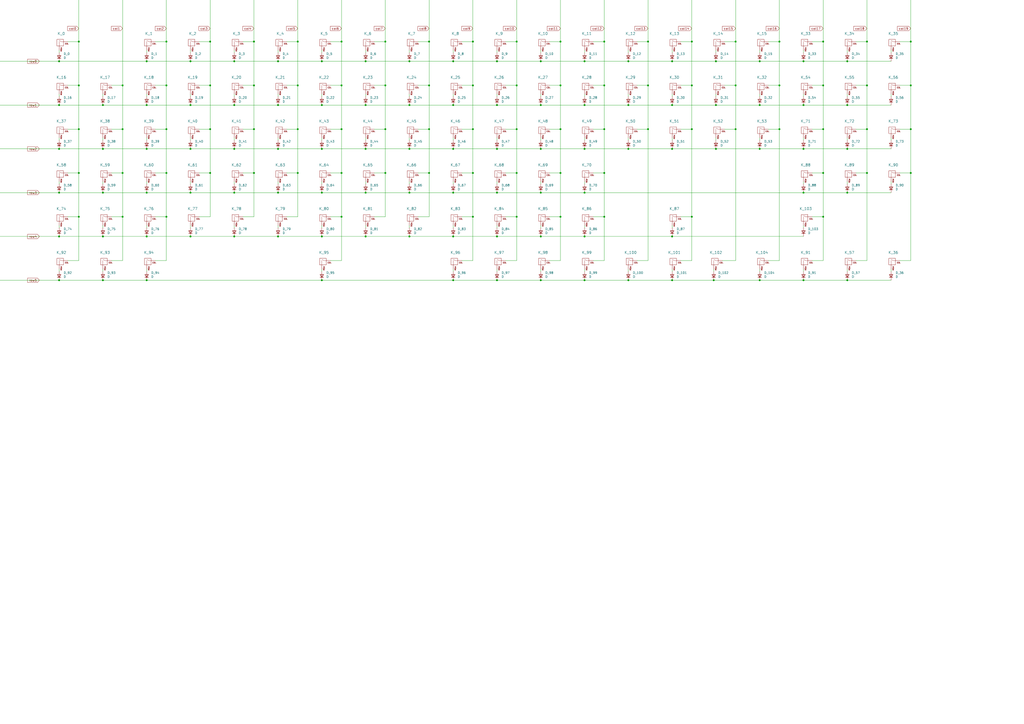
<source format=kicad_sch>
(kicad_sch (version 20211123) (generator eeschema)
  (paper "A2")
  (lib_symbols
    (symbol "Device:D_Small" (pin_numbers hide) (pin_names (offset 0.254) hide)
      (property "Reference" "D" (at -1.27 2.032 0))
      (property "Value" "D_Small" (at -3.81 -2.032 0))
      (symbol "D_Small_1_1"
        (pin passive line (at -2.54 0 0) (length 1.778) (name "K") (number "1"))
        (pin passive line (at 2.54 0 180) (length 1.778) (name "A") (number "2"))
      )
    )
    (symbol "MCU_RaspberryPi_and_Boards:Pico"
      (property "Reference" "U" (at -13.97 27.94 0))
      (property "Value" "Pico" (at 0 19.05 0))
      (symbol "Pico_0_0"
        (text "Raspberry Pi Pico" (at 0 21.59 0) (effects (font (size 1.27 1.27))))
      )
      (symbol "Pico_1_1"
        (pin bidirectional line (at -17.78 24.13 0) (length 2.54) (name "GPIO0") (number "1"))
        (pin bidirectional line (at -17.78 1.27 0) (length 2.54) (name "GPIO7") (number "10"))
        (pin bidirectional line (at -17.78 -1.27 0) (length 2.54) (name "GPIO8") (number "11"))
        (pin bidirectional line (at -17.78 -3.81 0) (length 2.54) (name "GPIO9") (number "12"))
        (pin power_in line (at -17.78 -6.35 0) (length 2.54) (name "GND") (number "13"))
        (pin bidirectional line (at -17.78 -8.89 0) (length 2.54) (name "GPIO10") (number "14"))
        (pin bidirectional line (at -17.78 -11.43 0) (length 2.54) (name "GPIO11") (number "15"))
        (pin bidirectional line (at -17.78 -13.97 0) (length 2.54) (name "GPIO12") (number "16"))
        (pin bidirectional line (at -17.78 -16.51 0) (length 2.54) (name "GPIO13") (number "17"))
        (pin power_in line (at -17.78 -19.05 0) (length 2.54) (name "GND") (number "18"))
        (pin bidirectional line (at -17.78 -21.59 0) (length 2.54) (name "GPIO14") (number "19"))
        (pin bidirectional line (at -17.78 21.59 0) (length 2.54) (name "GPIO1") (number "2"))
        (pin bidirectional line (at -17.78 -24.13 0) (length 2.54) (name "GPIO15") (number "20"))
        (pin bidirectional line (at 17.78 -24.13 180) (length 2.54) (name "GPIO16") (number "21"))
        (pin bidirectional line (at 17.78 -21.59 180) (length 2.54) (name "GPIO17") (number "22"))
        (pin power_in line (at 17.78 -19.05 180) (length 2.54) (name "GND") (number "23"))
        (pin bidirectional line (at 17.78 -16.51 180) (length 2.54) (name "GPIO18") (number "24"))
        (pin bidirectional line (at 17.78 -13.97 180) (length 2.54) (name "GPIO19") (number "25"))
        (pin bidirectional line (at 17.78 -11.43 180) (length 2.54) (name "GPIO20") (number "26"))
        (pin bidirectional line (at 17.78 -8.89 180) (length 2.54) (name "GPIO21") (number "27"))
        (pin power_in line (at 17.78 -6.35 180) (length 2.54) (name "GND") (number "28"))
        (pin bidirectional line (at 17.78 -3.81 180) (length 2.54) (name "GPIO22") (number "29"))
        (pin power_in line (at -17.78 19.05 0) (length 2.54) (name "GND") (number "3"))
        (pin input line (at 17.78 -1.27 180) (length 2.54) (name "RUN") (number "30"))
        (pin bidirectional line (at 17.78 1.27 180) (length 2.54) (name "GPIO26_ADC0") (number "31"))
        (pin bidirectional line (at 17.78 3.81 180) (length 2.54) (name "GPIO27_ADC1") (number "32"))
        (pin power_in line (at 17.78 6.35 180) (length 2.54) (name "AGND") (number "33"))
        (pin bidirectional line (at 17.78 8.89 180) (length 2.54) (name "GPIO28_ADC2") (number "34"))
        (pin power_in line (at 17.78 11.43 180) (length 2.54) (name "ADC_VREF") (number "35"))
        (pin power_in line (at 17.78 13.97 180) (length 2.54) (name "3V3") (number "36"))
        (pin input line (at 17.78 16.51 180) (length 2.54) (name "3V3_EN") (number "37"))
        (pin bidirectional line (at 17.78 19.05 180) (length 2.54) (name "GND") (number "38"))
        (pin power_in line (at 17.78 21.59 180) (length 2.54) (name "VSYS") (number "39"))
        (pin bidirectional line (at -17.78 16.51 0) (length 2.54) (name "GPIO2") (number "4"))
        (pin power_in line (at 17.78 24.13 180) (length 2.54) (name "VBUS") (number "40"))
        (pin input line (at -2.54 -29.21 90) (length 2.54) (name "SWCLK") (number "41"))
        (pin power_in line (at 0 -29.21 90) (length 2.54) (name "GND") (number "42"))
        (pin bidirectional line (at 2.54 -29.21 90) (length 2.54) (name "SWDIO") (number "43"))
        (pin bidirectional line (at -17.78 13.97 0) (length 2.54) (name "GPIO3") (number "5"))
        (pin bidirectional line (at -17.78 11.43 0) (length 2.54) (name "GPIO4") (number "6"))
        (pin bidirectional line (at -17.78 8.89 0) (length 2.54) (name "GPIO5") (number "7"))
        (pin power_in line (at -17.78 6.35 0) (length 2.54) (name "GND") (number "8"))
        (pin bidirectional line (at -17.78 3.81 0) (length 2.54) (name "GPIO6") (number "9"))
      )
    )
    (symbol "MX_Alps_Hybrid:MX-NoLED" (pin_names (offset 1.016))
      (property "Reference" "MX" (at -0.635 3.81 0))
      (property "Value" "MX-NoLED" (at -0.635 1.27 0))
      (symbol "MX-NoLED_0_0"
        (text "COL" (at 3.175 0 0) (effects (font (size 0.762 0.762))))
        (text "ROW" (at 0 -1.905 900) (effects (font (size 0.762 0.762)) (justify right)))
      )
      (symbol "MX-NoLED_1_1"
        (pin passive line (at 3.81 1.27 180) (length 2.54) (name "COL") (number "1"))
        (pin passive line (at -1.27 -3.81 90) (length 2.54) (name "ROW") (number "2"))
      )
    )
  )
  (junction (at 477.52 100.33))
  (junction (at 34.29 60.96))
  (junction (at 313.69 137.16))
  (junction (at 172.72 24.13))
  (junction (at 85.09 35.56))
  (junction (at 414.02 162.56))
  (junction (at 71.12 49.53))
  (junction (at 274.32 24.13))
  (junction (at 172.72 100.33))
  (junction (at 212.09 86.36))
  (junction (at 198.12 125.73))
  (junction (at 198.12 24.13))
  (junction (at 237.49 35.56))
  (junction (at 161.29 137.16))
  (junction (at 415.29 60.96))
  (junction (at 186.69 111.76))
  (junction (at 528.32 24.13))
  (junction (at 248.92 100.33))
  (junction (at 440.69 162.56))
  (junction (at 389.89 137.16))
  (junction (at 85.09 162.56))
  (junction (at 299.72 49.53))
  (junction (at 288.29 137.16))
  (junction (at 350.52 125.73))
  (junction (at 262.89 137.16))
  (junction (at 147.32 74.93))
  (junction (at 237.49 60.96))
  (junction (at 299.72 125.73))
  (junction (at 491.49 35.56))
  (junction (at 452.12 74.93))
  (junction (at 491.49 111.76))
  (junction (at 440.69 35.56))
  (junction (at 401.32 74.93))
  (junction (at 502.92 100.33))
  (junction (at 288.29 60.96))
  (junction (at 172.72 74.93))
  (junction (at 415.29 35.56))
  (junction (at 45.72 125.73))
  (junction (at 59.69 60.96))
  (junction (at 110.49 137.16))
  (junction (at 491.49 60.96))
  (junction (at 491.49 162.56))
  (junction (at 288.29 111.76))
  (junction (at 248.92 49.53))
  (junction (at 491.49 86.36))
  (junction (at 466.09 111.76))
  (junction (at 45.72 49.53))
  (junction (at 477.52 49.53))
  (junction (at 502.92 24.13))
  (junction (at 85.09 86.36))
  (junction (at 477.52 24.13))
  (junction (at 325.12 100.33))
  (junction (at 389.89 162.56))
  (junction (at 313.69 86.36))
  (junction (at 466.09 86.36))
  (junction (at 71.12 74.93))
  (junction (at 223.52 24.13))
  (junction (at 96.52 49.53))
  (junction (at 325.12 49.53))
  (junction (at 248.92 74.93))
  (junction (at 237.49 137.16))
  (junction (at 364.49 86.36))
  (junction (at 135.89 86.36))
  (junction (at 161.29 60.96))
  (junction (at 248.92 24.13))
  (junction (at 339.09 137.16))
  (junction (at 212.09 111.76))
  (junction (at 452.12 24.13))
  (junction (at 223.52 100.33))
  (junction (at 85.09 60.96))
  (junction (at 135.89 35.56))
  (junction (at 339.09 111.76))
  (junction (at 452.12 49.53))
  (junction (at 325.12 24.13))
  (junction (at 313.69 60.96))
  (junction (at 339.09 35.56))
  (junction (at 110.49 86.36))
  (junction (at 34.29 35.56))
  (junction (at 288.29 162.56))
  (junction (at 186.69 137.16))
  (junction (at 262.89 111.76))
  (junction (at 45.72 74.93))
  (junction (at 186.69 35.56))
  (junction (at 147.32 49.53))
  (junction (at 364.49 60.96))
  (junction (at 313.69 162.56))
  (junction (at 45.72 100.33))
  (junction (at 237.49 111.76))
  (junction (at 477.52 74.93))
  (junction (at 401.32 125.73))
  (junction (at 96.52 100.33))
  (junction (at 502.92 74.93))
  (junction (at 34.29 86.36))
  (junction (at 262.89 60.96))
  (junction (at 364.49 35.56))
  (junction (at 34.29 137.16))
  (junction (at 440.69 60.96))
  (junction (at 212.09 137.16))
  (junction (at 477.52 125.73))
  (junction (at 121.92 49.53))
  (junction (at 34.29 111.76))
  (junction (at 528.32 100.33))
  (junction (at 198.12 100.33))
  (junction (at 350.52 74.93))
  (junction (at 426.72 74.93))
  (junction (at 274.32 49.53))
  (junction (at 147.32 100.33))
  (junction (at 85.09 111.76))
  (junction (at 96.52 24.13))
  (junction (at 172.72 49.53))
  (junction (at 110.49 60.96))
  (junction (at 161.29 35.56))
  (junction (at 426.72 49.53))
  (junction (at 96.52 74.93))
  (junction (at 440.69 86.36))
  (junction (at 299.72 24.13))
  (junction (at 198.12 74.93))
  (junction (at 135.89 60.96))
  (junction (at 110.49 111.76))
  (junction (at 59.69 162.56))
  (junction (at 389.89 35.56))
  (junction (at 350.52 49.53))
  (junction (at 313.69 35.56))
  (junction (at 401.32 24.13))
  (junction (at 186.69 60.96))
  (junction (at 59.69 111.76))
  (junction (at 389.89 60.96))
  (junction (at 339.09 86.36))
  (junction (at 364.49 162.56))
  (junction (at 274.32 125.73))
  (junction (at 71.12 100.33))
  (junction (at 426.72 24.13))
  (junction (at 528.32 49.53))
  (junction (at 274.32 100.33))
  (junction (at 212.09 35.56))
  (junction (at 71.12 125.73))
  (junction (at 375.92 24.13))
  (junction (at 96.52 125.73))
  (junction (at 161.29 86.36))
  (junction (at 34.29 162.56))
  (junction (at 223.52 74.93))
  (junction (at 325.12 125.73))
  (junction (at 375.92 74.93))
  (junction (at 121.92 74.93))
  (junction (at 121.92 24.13))
  (junction (at 223.52 49.53))
  (junction (at 350.52 100.33))
  (junction (at 339.09 162.56))
  (junction (at 45.72 24.13))
  (junction (at 198.12 49.53))
  (junction (at 121.92 100.33))
  (junction (at 299.72 74.93))
  (junction (at 325.12 74.93))
  (junction (at 262.89 86.36))
  (junction (at 466.09 60.96))
  (junction (at 212.09 60.96))
  (junction (at 288.29 35.56))
  (junction (at 59.69 137.16))
  (junction (at 161.29 111.76))
  (junction (at 339.09 60.96))
  (junction (at 237.49 86.36))
  (junction (at 186.69 86.36))
  (junction (at 110.49 35.56))
  (junction (at 186.69 162.56))
  (junction (at 135.89 137.16))
  (junction (at 415.29 86.36))
  (junction (at 466.09 35.56))
  (junction (at 274.32 74.93))
  (junction (at 375.92 49.53))
  (junction (at 350.52 24.13))
  (junction (at 401.32 49.53))
  (junction (at 502.92 49.53))
  (junction (at 262.89 35.56))
  (junction (at 389.89 86.36))
  (junction (at 262.89 162.56))
  (junction (at 466.09 162.56))
  (junction (at 85.09 137.16))
  (junction (at 299.72 100.33))
  (junction (at 528.32 74.93))
  (junction (at 59.69 86.36))
  (junction (at 313.69 111.76))
  (junction (at 288.29 86.36))
  (junction (at 147.32 24.13))
  (junction (at 135.89 111.76))
  (wire (pts (xy 96.52 24.13) (xy 96.52 49.53)))
  (wire (pts (xy 394.97 125.73) (xy 401.32 125.73)))
  (wire (pts (xy 85.09 35.56) (xy 110.49 35.56)))
  (wire (pts (xy -187.96 -26.67) (xy 198.12 -26.67)))
  (wire (pts (xy 140.97 74.93) (xy 147.32 74.93)))
  (wire (pts (xy 274.32 125.73) (xy 274.32 151.13)))
  (wire (pts (xy -16.51 21.59) (xy -16.51 162.56)))
  (wire (pts (xy 339.09 156.21) (xy 339.09 157.48)))
  (wire (pts (xy 440.69 86.36) (xy 466.09 86.36)))
  (wire (pts (xy -220.98 -59.69) (xy -220.98 149.86)))
  (wire (pts (xy 198.12 125.73) (xy 198.12 100.33)))
  (wire (pts (xy 339.09 60.96) (xy 364.49 60.96)))
  (wire (pts (xy 34.29 111.76) (xy 59.69 111.76)))
  (wire (pts (xy 339.09 35.56) (xy 364.49 35.56)))
  (wire (pts (xy 274.32 100.33) (xy 274.32 74.93)))
  (wire (pts (xy 267.97 74.93) (xy 274.32 74.93)))
  (wire (pts (xy 528.32 49.53) (xy 528.32 24.13)))
  (wire (pts (xy 262.89 35.56) (xy 288.29 35.56)))
  (wire (pts (xy 477.52 49.53) (xy 477.52 24.13)))
  (wire (pts (xy 477.52 100.33) (xy 477.52 74.93)))
  (wire (pts (xy 491.49 29.21) (xy 491.49 30.48)))
  (wire (pts (xy -142.24 21.59) (xy -16.51 21.59)))
  (wire (pts (xy 237.49 35.56) (xy 262.89 35.56)))
  (wire (pts (xy -63.5 114.3) (xy -63.5 127)))
  (wire (pts (xy 135.89 29.21) (xy 135.89 30.48)))
  (wire (pts (xy 394.97 24.13) (xy 401.32 24.13)))
  (wire (pts (xy 267.97 24.13) (xy 274.32 24.13)))
  (wire (pts (xy 212.09 105.41) (xy 212.09 106.68)))
  (wire (pts (xy 426.72 24.13) (xy 426.72 49.53)))
  (wire (pts (xy 212.09 111.76) (xy 237.49 111.76)))
  (wire (pts (xy 135.89 80.01) (xy 135.89 81.28)))
  (wire (pts (xy 491.49 80.01) (xy 491.49 81.28)))
  (wire (pts (xy 299.72 74.93) (xy 299.72 49.53)))
  (wire (pts (xy -109.22 101.6) (xy -185.42 101.6)))
  (wire (pts (xy 121.92 125.73) (xy 121.92 100.33)))
  (wire (pts (xy 248.92 100.33) (xy 248.92 74.93)))
  (wire (pts (xy 274.32 24.13) (xy 274.32 49.53)))
  (wire (pts (xy -215.9 -54.61) (xy -215.9 144.78)))
  (wire (pts (xy -193.04 111.76) (xy -193.04 -31.75)))
  (wire (pts (xy 288.29 105.41) (xy 288.29 106.68)))
  (wire (pts (xy -210.82 -49.53) (xy -210.82 139.7)))
  (wire (pts (xy -175.26 88.9) (xy -175.26 -13.97)))
  (wire (pts (xy 401.32 74.93) (xy 401.32 49.53)))
  (wire (pts (xy 491.49 162.56) (xy 516.89 162.56)))
  (wire (pts (xy 452.12 151.13) (xy 445.77 151.13)))
  (wire (pts (xy 242.57 100.33) (xy 248.92 100.33)))
  (wire (pts (xy 325.12 125.73) (xy 325.12 100.33)))
  (wire (pts (xy 166.37 74.93) (xy 172.72 74.93)))
  (wire (pts (xy 267.97 125.73) (xy 274.32 125.73)))
  (wire (pts (xy 45.72 -11.43) (xy 45.72 24.13)))
  (wire (pts (xy -205.74 134.62) (xy -55.88 134.62)))
  (wire (pts (xy 262.89 86.36) (xy 288.29 86.36)))
  (wire (pts (xy 299.72 -36.83) (xy 299.72 24.13)))
  (wire (pts (xy 223.52 74.93) (xy 223.52 49.53)))
  (wire (pts (xy 339.09 54.61) (xy 339.09 55.88)))
  (wire (pts (xy 237.49 86.36) (xy 262.89 86.36)))
  (wire (pts (xy 110.49 137.16) (xy 135.89 137.16)))
  (wire (pts (xy 161.29 29.21) (xy 161.29 30.48)))
  (wire (pts (xy -193.04 -31.75) (xy 248.92 -31.75)))
  (wire (pts (xy 147.32 24.13) (xy 147.32 49.53)))
  (wire (pts (xy 344.17 125.73) (xy 350.52 125.73)))
  (wire (pts (xy 71.12 151.13) (xy 71.12 125.73)))
  (wire (pts (xy 186.69 54.61) (xy 186.69 55.88)))
  (wire (pts (xy 344.17 151.13) (xy 350.52 151.13)))
  (wire (pts (xy 389.89 86.36) (xy 415.29 86.36)))
  (wire (pts (xy 466.09 80.01) (xy 466.09 81.28)))
  (wire (pts (xy 186.69 156.21) (xy 186.69 157.48)))
  (wire (pts (xy 59.69 130.81) (xy 59.69 132.08)))
  (wire (pts (xy 415.29 54.61) (xy 415.29 55.88)))
  (wire (pts (xy 135.89 35.56) (xy 161.29 35.56)))
  (wire (pts (xy 59.69 137.16) (xy 85.09 137.16)))
  (wire (pts (xy 516.89 54.61) (xy 516.89 55.88)))
  (wire (pts (xy 288.29 60.96) (xy 313.69 60.96)))
  (wire (pts (xy 39.37 49.53) (xy 45.72 49.53)))
  (wire (pts (xy 325.12 74.93) (xy 325.12 49.53)))
  (wire (pts (xy 96.52 125.73) (xy 96.52 100.33)))
  (wire (pts (xy 115.57 49.53) (xy 121.92 49.53)))
  (wire (pts (xy 191.77 24.13) (xy 198.12 24.13)))
  (wire (pts (xy 110.49 54.61) (xy 110.49 55.88)))
  (wire (pts (xy 59.69 60.96) (xy 85.09 60.96)))
  (wire (pts (xy 223.52 100.33) (xy 223.52 74.93)))
  (wire (pts (xy 191.77 151.13) (xy 198.12 151.13)))
  (wire (pts (xy 191.77 125.73) (xy 198.12 125.73)))
  (wire (pts (xy 161.29 80.01) (xy 161.29 81.28)))
  (wire (pts (xy -147.32 73.66) (xy -109.22 73.66)))
  (wire (pts (xy 90.17 49.53) (xy 96.52 49.53)))
  (wire (pts (xy 299.72 125.73) (xy 299.72 100.33)))
  (wire (pts (xy 64.77 74.93) (xy 71.12 74.93)))
  (wire (pts (xy 34.29 162.56) (xy 59.69 162.56)))
  (wire (pts (xy 267.97 151.13) (xy 274.32 151.13)))
  (wire (pts (xy -109.22 99.06) (xy -182.88 99.06)))
  (wire (pts (xy 288.29 162.56) (xy 313.69 162.56)))
  (wire (pts (xy -73.66 111.76) (xy -60.96 111.76)))
  (wire (pts (xy 496.57 49.53) (xy 502.92 49.53)))
  (wire (pts (xy -218.44 147.32) (xy -218.44 -57.15)))
  (wire (pts (xy 186.69 35.56) (xy 212.09 35.56)))
  (wire (pts (xy -142.24 21.59) (xy -142.24 66.04)))
  (wire (pts (xy -6.35 11.43) (xy -6.35 60.96)))
  (wire (pts (xy 288.29 86.36) (xy 313.69 86.36)))
  (wire (pts (xy 344.17 100.33) (xy 350.52 100.33)))
  (wire (pts (xy -172.72 86.36) (xy -172.72 -11.43)))
  (wire (pts (xy 288.29 35.56) (xy 313.69 35.56)))
  (wire (pts (xy 85.09 162.56) (xy 186.69 162.56)))
  (wire (pts (xy 274.32 74.93) (xy 274.32 49.53)))
  (wire (pts (xy 491.49 105.41) (xy 491.49 106.68)))
  (wire (pts (xy 110.49 105.41) (xy 110.49 106.68)))
  (wire (pts (xy 313.69 54.61) (xy 313.69 55.88)))
  (wire (pts (xy 39.37 74.93) (xy 45.72 74.93)))
  (wire (pts (xy 440.69 54.61) (xy 440.69 55.88)))
  (wire (pts (xy -208.28 137.16) (xy -208.28 -46.99)))
  (wire (pts (xy 198.12 24.13) (xy 198.12 49.53)))
  (wire (pts (xy -109.22 68.58) (xy -144.78 68.58)))
  (wire (pts (xy 415.29 29.21) (xy 415.29 30.48)))
  (wire (pts (xy -208.28 -46.99) (xy 401.32 -46.99)))
  (wire (pts (xy 59.69 86.36) (xy 85.09 86.36)))
  (wire (pts (xy 364.49 29.21) (xy 364.49 30.48)))
  (wire (pts (xy -11.43 16.51) (xy -11.43 111.76)))
  (wire (pts (xy 293.37 49.53) (xy 299.72 49.53)))
  (wire (pts (xy 491.49 111.76) (xy 516.89 111.76)))
  (wire (pts (xy 389.89 162.56) (xy 414.02 162.56)))
  (wire (pts (xy 521.97 151.13) (xy 528.32 151.13)))
  (wire (pts (xy 237.49 111.76) (xy 262.89 111.76)))
  (wire (pts (xy 394.97 49.53) (xy 401.32 49.53)))
  (wire (pts (xy -109.22 114.3) (xy -195.58 114.3)))
  (wire (pts (xy 147.32 125.73) (xy 147.32 100.33)))
  (wire (pts (xy 516.89 105.41) (xy 516.89 106.68)))
  (wire (pts (xy -109.22 81.28) (xy -154.94 81.28)))
  (wire (pts (xy -45.72 144.78) (xy -45.72 88.9)))
  (wire (pts (xy -200.66 -39.37) (xy 325.12 -39.37)))
  (wire (pts (xy 85.09 29.21) (xy 85.09 30.48)))
  (wire (pts (xy 223.52 24.13) (xy 223.52 49.53)))
  (wire (pts (xy -154.94 81.28) (xy -154.94 8.89)))
  (wire (pts (xy 350.52 125.73) (xy 350.52 100.33)))
  (wire (pts (xy 318.77 49.53) (xy 325.12 49.53)))
  (wire (pts (xy 293.37 151.13) (xy 299.72 151.13)))
  (wire (pts (xy 496.57 100.33) (xy 502.92 100.33)))
  (wire (pts (xy 339.09 105.41) (xy 339.09 106.68)))
  (wire (pts (xy 528.32 74.93) (xy 528.32 49.53)))
  (wire (pts (xy 237.49 29.21) (xy 237.49 30.48)))
  (wire (pts (xy 440.69 60.96) (xy 466.09 60.96)))
  (wire (pts (xy 502.92 100.33) (xy 502.92 74.93)))
  (wire (pts (xy 440.69 29.21) (xy 440.69 30.48)))
  (wire (pts (xy 45.72 74.93) (xy 45.72 49.53)))
  (wire (pts (xy 364.49 60.96) (xy 389.89 60.96)))
  (wire (pts (xy 135.89 60.96) (xy 161.29 60.96)))
  (wire (pts (xy 502.92 -57.15) (xy 502.92 24.13)))
  (wire (pts (xy 186.69 29.21) (xy 186.69 30.48)))
  (wire (pts (xy 344.17 49.53) (xy 350.52 49.53)))
  (wire (pts (xy 262.89 156.21) (xy 262.89 157.48)))
  (wire (pts (xy -73.66 101.6) (xy -53.34 101.6)))
  (wire (pts (xy 414.02 156.21) (xy 414.02 157.48)))
  (wire (pts (xy 115.57 24.13) (xy 121.92 24.13)))
  (wire (pts (xy 288.29 156.21) (xy 288.29 157.48)))
  (wire (pts (xy -109.22 91.44) (xy -177.8 91.44)))
  (wire (pts (xy 516.89 80.01) (xy 516.89 81.28)))
  (wire (pts (xy 350.52 -41.91) (xy 350.52 24.13)))
  (wire (pts (xy -210.82 139.7) (xy -50.8 139.7)))
  (wire (pts (xy -55.88 134.62) (xy -55.88 104.14)))
  (wire (pts (xy 110.49 111.76) (xy 135.89 111.76)))
  (wire (pts (xy 110.49 130.81) (xy 110.49 132.08)))
  (wire (pts (xy 262.89 54.61) (xy 262.89 55.88)))
  (wire (pts (xy -109.22 111.76) (xy -193.04 111.76)))
  (wire (pts (xy 191.77 74.93) (xy 198.12 74.93)))
  (wire (pts (xy 262.89 105.41) (xy 262.89 106.68)))
  (wire (pts (xy -50.8 139.7) (xy -50.8 99.06)))
  (wire (pts (xy 115.57 100.33) (xy 121.92 100.33)))
  (wire (pts (xy -187.96 104.14) (xy -187.96 -26.67)))
  (wire (pts (xy 262.89 111.76) (xy 288.29 111.76)))
  (wire (pts (xy 415.29 35.56) (xy 440.69 35.56)))
  (wire (pts (xy -144.78 19.05) (xy -13.97 19.05)))
  (wire (pts (xy 389.89 80.01) (xy 389.89 81.28)))
  (wire (pts (xy 496.57 74.93) (xy 502.92 74.93)))
  (wire (pts (xy 186.69 137.16) (xy 212.09 137.16)))
  (wire (pts (xy 59.69 105.41) (xy 59.69 106.68)))
  (wire (pts (xy 161.29 54.61) (xy 161.29 55.88)))
  (wire (pts (xy 452.12 24.13) (xy 452.12 49.53)))
  (wire (pts (xy 262.89 29.21) (xy 262.89 30.48)))
  (wire (pts (xy -182.88 -21.59) (xy 147.32 -21.59)))
  (wire (pts (xy -55.88 104.14) (xy -73.66 104.14)))
  (wire (pts (xy 369.57 24.13) (xy 375.92 24.13)))
  (wire (pts (xy 521.97 74.93) (xy 528.32 74.93)))
  (wire (pts (xy -152.4 11.43) (xy -6.35 11.43)))
  (wire (pts (xy 237.49 105.41) (xy 237.49 106.68)))
  (wire (pts (xy 369.57 151.13) (xy 375.92 151.13)))
  (wire (pts (xy 394.97 151.13) (xy 401.32 151.13)))
  (wire (pts (xy 223.52 125.73) (xy 223.52 100.33)))
  (wire (pts (xy 34.29 60.96) (xy 59.69 60.96)))
  (wire (pts (xy 420.37 24.13) (xy 426.72 24.13)))
  (wire (pts (xy -73.66 86.36) (xy -43.18 86.36)))
  (wire (pts (xy -109.22 88.9) (xy -175.26 88.9)))
  (wire (pts (xy 466.09 105.41) (xy 466.09 106.68)))
  (wire (pts (xy 350.52 125.73) (xy 350.52 151.13)))
  (wire (pts (xy 191.77 100.33) (xy 198.12 100.33)))
  (wire (pts (xy 325.12 24.13) (xy 325.12 49.53)))
  (wire (pts (xy -190.5 -29.21) (xy 223.52 -29.21)))
  (wire (pts (xy 135.89 54.61) (xy 135.89 55.88)))
  (wire (pts (xy -213.36 142.24) (xy -213.36 -52.07)))
  (wire (pts (xy 452.12 74.93) (xy 452.12 151.13)))
  (wire (pts (xy 121.92 100.33) (xy 121.92 74.93)))
  (wire (pts (xy 466.09 60.96) (xy 491.49 60.96)))
  (wire (pts (xy 318.77 74.93) (xy 325.12 74.93)))
  (wire (pts (xy 313.69 86.36) (xy 339.09 86.36)))
  (wire (pts (xy 471.17 74.93) (xy 477.52 74.93)))
  (wire (pts (xy -147.32 16.51) (xy -11.43 16.51)))
  (wire (pts (xy -45.72 88.9) (xy -73.66 88.9)))
  (wire (pts (xy 528.32 -59.69) (xy 528.32 24.13)))
  (wire (pts (xy -182.88 99.06) (xy -182.88 -21.59)))
  (wire (pts (xy -177.8 -16.51) (xy 96.52 -16.51)))
  (wire (pts (xy 491.49 60.96) (xy 516.89 60.96)))
  (wire (pts (xy -109.22 104.14) (xy -187.96 104.14)))
  (wire (pts (xy 90.17 125.73) (xy 96.52 125.73)))
  (wire (pts (xy 293.37 24.13) (xy 299.72 24.13)))
  (wire (pts (xy 262.89 80.01) (xy 262.89 81.28)))
  (wire (pts (xy -50.8 99.06) (xy -73.66 99.06)))
  (wire (pts (xy -58.42 106.68) (xy -58.42 132.08)))
  (wire (pts (xy 452.12 74.93) (xy 452.12 49.53)))
  (wire (pts (xy 45.72 151.13) (xy 45.72 125.73)))
  (wire (pts (xy 39.37 125.73) (xy 45.72 125.73)))
  (wire (pts (xy 466.09 156.21) (xy 466.09 157.48)))
  (wire (pts (xy 466.09 162.56) (xy 491.49 162.56)))
  (wire (pts (xy 161.29 137.16) (xy 186.69 137.16)))
  (wire (pts (xy 262.89 130.81) (xy 262.89 132.08)))
  (wire (pts (xy 121.92 -19.05) (xy 121.92 24.13)))
  (wire (pts (xy 426.72 -49.53) (xy 426.72 24.13)))
  (wire (pts (xy 85.09 60.96) (xy 110.49 60.96)))
  (wire (pts (xy 491.49 86.36) (xy 516.89 86.36)))
  (wire (pts (xy -215.9 144.78) (xy -45.72 144.78)))
  (wire (pts (xy 64.77 125.73) (xy 71.12 125.73)))
  (wire (pts (xy 369.57 74.93) (xy 375.92 74.93)))
  (wire (pts (xy -43.18 86.36) (xy -43.18 147.32)))
  (wire (pts (xy 466.09 35.56) (xy 491.49 35.56)))
  (wire (pts (xy 45.72 100.33) (xy 45.72 74.93)))
  (wire (pts (xy 186.69 162.56) (xy 262.89 162.56)))
  (wire (pts (xy 325.12 100.33) (xy 325.12 74.93)))
  (wire (pts (xy 389.89 35.56) (xy 415.29 35.56)))
  (wire (pts (xy 350.52 100.33) (xy 350.52 74.93)))
  (wire (pts (xy 471.17 49.53) (xy 477.52 49.53)))
  (wire (pts (xy 161.29 35.56) (xy 186.69 35.56)))
  (wire (pts (xy 313.69 35.56) (xy 339.09 35.56)))
  (wire (pts (xy 471.17 100.33) (xy 477.52 100.33)))
  (wire (pts (xy -43.18 147.32) (xy -218.44 147.32)))
  (wire (pts (xy -195.58 114.3) (xy -195.58 -34.29)))
  (wire (pts (xy 85.09 130.81) (xy 85.09 132.08)))
  (wire (pts (xy 389.89 156.21) (xy 389.89 157.48)))
  (wire (pts (xy 64.77 100.33) (xy 71.12 100.33)))
  (wire (pts (xy 299.72 125.73) (xy 299.72 151.13)))
  (wire (pts (xy 502.92 74.93) (xy 502.92 49.53)))
  (wire (pts (xy 212.09 29.21) (xy 212.09 30.48)))
  (wire (pts (xy 313.69 29.21) (xy 313.69 30.48)))
  (wire (pts (xy -180.34 -19.05) (xy 121.92 -19.05)))
  (wire (pts (xy 140.97 100.33) (xy 147.32 100.33)))
  (wire (pts (xy 161.29 86.36) (xy 186.69 86.36)))
  (wire (pts (xy 237.49 60.96) (xy 262.89 60.96)))
  (wire (pts (xy 339.09 86.36) (xy 364.49 86.36)))
  (wire (pts (xy 110.49 29.21) (xy 110.49 30.48)))
  (wire (pts (xy 389.89 29.21) (xy 389.89 30.48)))
  (wire (pts (xy 491.49 35.56) (xy 516.89 35.56)))
  (wire (pts (xy 419.1 151.13) (xy 426.72 151.13)))
  (wire (pts (xy 339.09 162.56) (xy 364.49 162.56)))
  (wire (pts (xy 96.52 151.13) (xy 96.52 125.73)))
  (wire (pts (xy 59.69 54.61) (xy 59.69 55.88)))
  (wire (pts (xy 466.09 130.81) (xy 466.09 132.08)))
  (wire (pts (xy 288.29 29.21) (xy 288.29 30.48)))
  (wire (pts (xy 166.37 49.53) (xy 172.72 49.53)))
  (wire (pts (xy 198.12 125.73) (xy 198.12 151.13)))
  (wire (pts (xy 237.49 80.01) (xy 237.49 81.28)))
  (wire (pts (xy 350.52 24.13) (xy 350.52 49.53)))
  (wire (pts (xy 293.37 100.33) (xy 299.72 100.33)))
  (wire (pts (xy 191.77 49.53) (xy 198.12 49.53)))
  (wire (pts (xy 318.77 125.73) (xy 325.12 125.73)))
  (wire (pts (xy 440.69 162.56) (xy 466.09 162.56)))
  (wire (pts (xy 426.72 151.13) (xy 426.72 74.93)))
  (wire (pts (xy -152.4 78.74) (xy -109.22 78.74)))
  (wire (pts (xy 267.97 49.53) (xy 274.32 49.53)))
  (wire (pts (xy 161.29 111.76) (xy 186.69 111.76)))
  (wire (pts (xy -190.5 106.68) (xy -190.5 -29.21)))
  (wire (pts (xy 471.17 125.73) (xy 477.52 125.73)))
  (wire (pts (xy 39.37 100.33) (xy 45.72 100.33)))
  (wire (pts (xy -175.26 -13.97) (xy 71.12 -13.97)))
  (wire (pts (xy 491.49 156.21) (xy 491.49 157.48)))
  (wire (pts (xy -3.81 35.56) (xy 34.29 35.56)))
  (wire (pts (xy -203.2 132.08) (xy -203.2 -41.91)))
  (wire (pts (xy 212.09 80.01) (xy 212.09 81.28)))
  (wire (pts (xy 135.89 137.16) (xy 161.29 137.16)))
  (wire (pts (xy -154.94 8.89) (xy -3.81 8.89)))
  (wire (pts (xy 110.49 86.36) (xy 135.89 86.36)))
  (wire (pts (xy 414.02 162.56) (xy 440.69 162.56)))
  (wire (pts (xy 90.17 74.93) (xy 96.52 74.93)))
  (wire (pts (xy 166.37 24.13) (xy 172.72 24.13)))
  (wire (pts (xy 420.37 74.93) (xy 426.72 74.93)))
  (wire (pts (xy 369.57 49.53) (xy 375.92 49.53)))
  (wire (pts (xy 34.29 130.81) (xy 34.29 132.08)))
  (wire (pts (xy 166.37 125.73) (xy 172.72 125.73)))
  (wire (pts (xy 401.32 125.73) (xy 401.32 151.13)))
  (wire (pts (xy 110.49 35.56) (xy 135.89 35.56)))
  (wire (pts (xy -8.89 13.97) (xy -8.89 86.36)))
  (wire (pts (xy 110.49 80.01) (xy 110.49 81.28)))
  (wire (pts (xy 471.17 24.13) (xy 477.52 24.13)))
  (wire (pts (xy -60.96 111.76) (xy -60.96 129.54)))
  (wire (pts (xy -6.35 60.96) (xy 34.29 60.96)))
  (wire (pts (xy 212.09 60.96) (xy 237.49 60.96)))
  (wire (pts (xy 110.49 60.96) (xy 135.89 60.96)))
  (wire (pts (xy 516.89 156.21) (xy 516.89 157.48)))
  (wire (pts (xy 426.72 74.93) (xy 426.72 49.53)))
  (wire (pts (xy 528.32 100.33) (xy 528.32 74.93)))
  (wire (pts (xy 140.97 24.13) (xy 147.32 24.13)))
  (wire (pts (xy -220.98 149.86) (xy -40.64 149.86)))
  (wire (pts (xy 140.97 125.73) (xy 147.32 125.73)))
  (wire (pts (xy 217.17 100.33) (xy 223.52 100.33)))
  (wire (pts (xy 288.29 137.16) (xy 313.69 137.16)))
  (wire (pts (xy 147.32 100.33) (xy 147.32 74.93)))
  (wire (pts (xy -218.44 -57.15) (xy 502.92 -57.15)))
  (wire (pts (xy 172.72 -24.13) (xy 172.72 24.13)))
  (wire (pts (xy 364.49 162.56) (xy 389.89 162.56)))
  (wire (pts (xy -185.42 101.6) (xy -185.42 -24.13)))
  (wire (pts (xy 64.77 49.53) (xy 71.12 49.53)))
  (wire (pts (xy -147.32 16.51) (xy -147.32 73.66)))
  (wire (pts (xy -203.2 -41.91) (xy 350.52 -41.91)))
  (wire (pts (xy 401.32 -46.99) (xy 401.32 24.13)))
  (wire (pts (xy 528.32 100.33) (xy 528.32 151.13)))
  (wire (pts (xy 445.77 49.53) (xy 452.12 49.53)))
  (wire (pts (xy 39.37 24.13) (xy 45.72 24.13)))
  (wire (pts (xy 172.72 74.93) (xy 172.72 49.53)))
  (wire (pts (xy 223.52 -29.21) (xy 223.52 24.13)))
  (wire (pts (xy 339.09 130.81) (xy 339.09 132.08)))
  (wire (pts (xy 161.29 60.96) (xy 186.69 60.96)))
  (wire (pts (xy 466.09 29.21) (xy 466.09 30.48)))
  (wire (pts (xy 217.17 24.13) (xy 223.52 24.13)))
  (wire (pts (xy -172.72 -11.43) (xy 45.72 -11.43)))
  (wire (pts (xy 364.49 54.61) (xy 364.49 55.88)))
  (wire (pts (xy -73.66 93.98) (xy -48.26 93.98)))
  (wire (pts (xy 299.72 100.33) (xy 299.72 74.93)))
  (wire (pts (xy 248.92 -31.75) (xy 248.92 24.13)))
  (wire (pts (xy 217.17 125.73) (xy 223.52 125.73)))
  (wire (pts (xy 375.92 74.93) (xy 375.92 49.53)))
  (wire (pts (xy 135.89 111.76) (xy 161.29 111.76)))
  (wire (pts (xy -58.42 132.08) (xy -203.2 132.08)))
  (wire (pts (xy -177.8 91.44) (xy -177.8 -16.51)))
  (wire (pts (xy 477.52 125.73) (xy 477.52 100.33)))
  (wire (pts (xy 313.69 60.96) (xy 339.09 60.96)))
  (wire (pts (xy 496.57 151.13) (xy 502.92 151.13)))
  (wire (pts (xy 217.17 74.93) (xy 223.52 74.93)))
  (wire (pts (xy 364.49 35.56) (xy 389.89 35.56)))
  (wire (pts (xy 502.92 100.33) (xy 502.92 151.13)))
  (wire (pts (xy 440.69 156.21) (xy 440.69 157.48)))
  (wire (pts (xy -144.78 68.58) (xy -144.78 19.05)))
  (wire (pts (xy -185.42 -24.13) (xy 172.72 -24.13)))
  (wire (pts (xy 45.72 125.73) (xy 45.72 100.33)))
  (wire (pts (xy 115.57 74.93) (xy 121.92 74.93)))
  (wire (pts (xy -53.34 137.16) (xy -208.28 137.16)))
  (wire (pts (xy -48.26 142.24) (xy -213.36 142.24)))
  (wire (pts (xy 34.29 156.21) (xy 34.29 157.48)))
  (wire (pts (xy -3.81 8.89) (xy -3.81 35.56)))
  (wire (pts (xy 262.89 60.96) (xy 288.29 60.96)))
  (wire (pts (xy 262.89 137.16) (xy 288.29 137.16)))
  (wire (pts (xy 34.29 80.01) (xy 34.29 81.28)))
  (wire (pts (xy 147.32 74.93) (xy 147.32 49.53)))
  (wire (pts (xy -40.64 81.28) (xy -73.66 81.28)))
  (wire (pts (xy 237.49 137.16) (xy 262.89 137.16)))
  (wire (pts (xy 34.29 86.36) (xy 59.69 86.36)))
  (wire (pts (xy 415.29 80.01) (xy 415.29 81.28)))
  (wire (pts (xy 161.29 105.41) (xy 161.29 106.68)))
  (wire (pts (xy 39.37 151.13) (xy 45.72 151.13)))
  (wire (pts (xy 85.09 86.36) (xy 110.49 86.36)))
  (wire (pts (xy -149.86 76.2) (xy -149.86 13.97)))
  (wire (pts (xy 389.89 137.16) (xy 466.09 137.16)))
  (wire (pts (xy 440.69 35.56) (xy 466.09 35.56)))
  (wire (pts (xy 293.37 125.73) (xy 299.72 125.73)))
  (wire (pts (xy 45.72 24.13) (xy 45.72 49.53)))
  (wire (pts (xy 521.97 24.13) (xy 528.32 24.13)))
  (wire (pts (xy 299.72 24.13) (xy 299.72 49.53)))
  (wire (pts (xy 325.12 -39.37) (xy 325.12 24.13)))
  (wire (pts (xy 288.29 80.01) (xy 288.29 81.28)))
  (wire (pts (xy 339.09 29.21) (xy 339.09 30.48)))
  (wire (pts (xy 212.09 35.56) (xy 237.49 35.56)))
  (wire (pts (xy 34.29 54.61) (xy 34.29 55.88)))
  (wire (pts (xy 375.92 24.13) (xy 375.92 49.53)))
  (wire (pts (xy -109.22 76.2) (xy -149.86 76.2)))
  (wire (pts (xy -40.64 149.86) (xy -40.64 81.28)))
  (wire (pts (xy 313.69 162.56) (xy 339.09 162.56)))
  (wire (pts (xy 313.69 80.01) (xy 313.69 81.28)))
  (wire (pts (xy 248.92 74.93) (xy 248.92 49.53)))
  (wire (pts (xy 212.09 137.16) (xy 237.49 137.16)))
  (wire (pts (xy 248.92 24.13) (xy 248.92 49.53)))
  (wire (pts (xy 90.17 100.33) (xy 96.52 100.33)))
  (wire (pts (xy 198.12 -26.67) (xy 198.12 24.13)))
  (wire (pts (xy 318.77 151.13) (xy 325.12 151.13)))
  (wire (pts (xy 59.69 156.21) (xy 59.69 157.48)))
  (wire (pts (xy 186.69 80.01) (xy 186.69 81.28)))
  (wire (pts (xy 71.12 74.93) (xy 71.12 49.53)))
  (wire (pts (xy -109.22 86.36) (xy -172.72 86.36)))
  (wire (pts (xy 85.09 137.16) (xy 110.49 137.16)))
  (wire (pts (xy -180.34 93.98) (xy -180.34 -19.05)))
  (wire (pts (xy 339.09 80.01) (xy 339.09 81.28)))
  (wire (pts (xy 135.89 105.41) (xy 135.89 106.68)))
  (wire (pts (xy 401.32 74.93) (xy 401.32 125.73)))
  (wire (pts (xy 34.29 35.56) (xy 85.09 35.56)))
  (wire (pts (xy 313.69 156.21) (xy 313.69 157.48)))
  (wire (pts (xy 242.57 49.53) (xy 248.92 49.53)))
  (wire (pts (xy 466.09 86.36) (xy 491.49 86.36)))
  (wire (pts (xy 172.72 100.33) (xy 172.72 74.93)))
  (wire (pts (xy 186.69 60.96) (xy 212.09 60.96)))
  (wire (pts (xy -149.86 13.97) (xy -8.89 13.97)))
  (wire (pts (xy 477.52 -54.61) (xy -215.9 -54.61)))
  (wire (pts (xy -8.89 86.36) (xy 34.29 86.36)))
  (wire (pts (xy 161.29 130.81) (xy 161.29 132.08)))
  (wire (pts (xy 237.49 130.81) (xy 237.49 132.08)))
  (wire (pts (xy -109.22 93.98) (xy -180.34 93.98)))
  (wire (pts (xy 502.92 49.53) (xy 502.92 24.13)))
  (wire (pts (xy 198.12 74.93) (xy 198.12 49.53)))
  (wire (pts (xy 186.69 105.41) (xy 186.69 106.68)))
  (wire (pts (xy 212.09 130.81) (xy 212.09 132.08)))
  (wire (pts (xy 166.37 100.33) (xy 172.72 100.33)))
  (wire (pts (xy 186.69 130.81) (xy 186.69 132.08)))
  (wire (pts (xy -63.5 127) (xy -198.12 127)))
  (wire (pts (xy 401.32 24.13) (xy 401.32 49.53)))
  (wire (pts (xy 274.32 125.73) (xy 274.32 100.33)))
  (wire (pts (xy 85.09 111.76) (xy 110.49 111.76)))
  (wire (pts (xy 375.92 74.93) (xy 375.92 151.13)))
  (wire (pts (xy 34.29 105.41) (xy 34.29 106.68)))
  (wire (pts (xy 242.57 125.73) (xy 248.92 125.73)))
  (wire (pts (xy -213.36 -52.07) (xy 452.12 -52.07)))
  (wire (pts (xy 186.69 86.36) (xy 212.09 86.36)))
  (wire (pts (xy 90.17 24.13) (xy 96.52 24.13)))
  (wire (pts (xy 140.97 49.53) (xy 147.32 49.53)))
  (wire (pts (xy 313.69 137.16) (xy 339.09 137.16)))
  (wire (pts (xy 242.57 24.13) (xy 248.92 24.13)))
  (wire (pts (xy 521.97 49.53) (xy 528.32 49.53)))
  (wire (pts (xy 242.57 74.93) (xy 248.92 74.93)))
  (wire (pts (xy 344.17 24.13) (xy 350.52 24.13)))
  (wire (pts (xy -13.97 137.16) (xy 34.29 137.16)))
  (wire (pts (xy 496.57 24.13) (xy 502.92 24.13)))
  (wire (pts (xy 477.52 -54.61) (xy 477.52 24.13)))
  (wire (pts (xy 59.69 111.76) (xy 85.09 111.76)))
  (wire (pts (xy 267.97 100.33) (xy 274.32 100.33)))
  (wire (pts (xy -11.43 111.76) (xy 34.29 111.76)))
  (wire (pts (xy 389.89 54.61) (xy 389.89 55.88)))
  (wire (pts (xy 491.49 54.61) (xy 491.49 55.88)))
  (wire (pts (xy -53.34 101.6) (xy -53.34 137.16)))
  (wire (pts (xy 85.09 54.61) (xy 85.09 55.88)))
  (wire (pts (xy 452.12 -52.07) (xy 452.12 24.13)))
  (wire (pts (xy 350.52 74.93) (xy 350.52 49.53)))
  (wire (pts (xy 477.52 125.73) (xy 477.52 151.13)))
  (wire (pts (xy 313.69 111.76) (xy 339.09 111.76)))
  (wire (pts (xy -198.12 127) (xy -198.12 -36.83)))
  (wire (pts (xy 198.12 100.33) (xy 198.12 74.93)))
  (wire (pts (xy 471.17 151.13) (xy 477.52 151.13)))
  (wire (pts (xy -195.58 -34.29) (xy 274.32 -34.29)))
  (wire (pts (xy 445.77 74.93) (xy 452.12 74.93)))
  (wire (pts (xy -13.97 19.05) (xy -13.97 137.16)))
  (wire (pts (xy 318.77 24.13) (xy 325.12 24.13)))
  (wire (pts (xy -200.66 129.54) (xy -200.66 -39.37)))
  (wire (pts (xy 212.09 86.36) (xy 237.49 86.36)))
  (wire (pts (xy 85.09 156.21) (xy 85.09 157.48)))
  (wire (pts (xy 115.57 125.73) (xy 121.92 125.73)))
  (wire (pts (xy 313.69 105.41) (xy 313.69 106.68)))
  (wire (pts (xy 71.12 -13.97) (xy 71.12 49.53)))
  (wire (pts (xy 477.52 74.93) (xy 477.52 49.53)))
  (wire (pts (xy 212.09 54.61) (xy 212.09 55.88)))
  (wire (pts (xy 313.69 130.81) (xy 313.69 132.08)))
  (wire (pts (xy 96.52 -16.51) (xy 96.52 24.13)))
  (wire (pts (xy -198.12 -36.83) (xy 299.72 -36.83)))
  (wire (pts (xy 415.29 60.96) (xy 440.69 60.96)))
  (wire (pts (xy 96.52 100.33) (xy 96.52 74.93)))
  (wire (pts (xy 516.89 29.21) (xy 516.89 30.48)))
  (wire (pts (xy 325.12 125.73) (xy 325.12 151.13)))
  (wire (pts (xy 339.09 137.16) (xy 389.89 137.16)))
  (wire (pts (xy 288.29 54.61) (xy 288.29 55.88)))
  (wire (pts (xy 90.17 151.13) (xy 96.52 151.13)))
  (wire (pts (xy 186.69 111.76) (xy 212.09 111.76)))
  (wire (pts (xy 248.92 125.73) (xy 248.92 100.33)))
  (wire (pts (xy 121.92 74.93) (xy 121.92 49.53)))
  (wire (pts (xy -152.4 11.43) (xy -152.4 78.74)))
  (wire (pts (xy 135.89 86.36) (xy 161.29 86.36)))
  (wire (pts (xy -142.24 66.04) (xy -109.22 66.04)))
  (wire (pts (xy 59.69 80.01) (xy 59.69 81.28)))
  (wire (pts (xy 364.49 156.21) (xy 364.49 157.48)))
  (wire (pts (xy 389.89 130.81) (xy 389.89 132.08)))
  (wire (pts (xy 375.92 -44.45) (xy -205.74 -44.45)))
  (wire (pts (xy 274.32 -34.29) (xy 274.32 24.13)))
  (wire (pts (xy -16.51 162.56) (xy 34.29 162.56)))
  (wire (pts (xy 96.52 74.93) (xy 96.52 49.53)))
  (wire (pts (xy 135.89 130.81) (xy 135.89 132.08)))
  (wire (pts (xy 466.09 54.61) (xy 466.09 55.88)))
  (wire (pts (xy 64.77 151.13) (xy 71.12 151.13)))
  (wire (pts (xy 344.17 74.93) (xy 350.52 74.93)))
  (wire (pts (xy -48.26 93.98) (xy -48.26 142.24)))
  (wire (pts (xy 426.72 -49.53) (xy -210.82 -49.53)))
  (wire (pts (xy 121.92 24.13) (xy 121.92 49.53)))
  (wire (pts (xy 318.77 100.33) (xy 325.12 100.33)))
  (wire (pts (xy 288.29 111.76) (xy 313.69 111.76)))
  (wire (pts (xy 440.69 80.01) (xy 440.69 81.28)))
  (wire (pts (xy 521.97 100.33) (xy 528.32 100.33)))
  (wire (pts (xy -60.96 129.54) (xy -200.66 129.54)))
  (wire (pts (xy 34.29 29.21) (xy 34.29 30.48)))
  (wire (pts (xy 445.77 24.13) (xy 452.12 24.13)))
  (wire (pts (xy 375.92 -44.45) (xy 375.92 24.13)))
  (wire (pts (xy 364.49 86.36) (xy 389.89 86.36)))
  (wire (pts (xy 528.32 -59.69) (xy -220.98 -59.69)))
  (wire (pts (xy 364.49 80.01) (xy 364.49 81.28)))
  (wire (pts (xy 420.37 49.53) (xy 426.72 49.53)))
  (wire (pts (xy 288.29 130.81) (xy 288.29 132.08)))
  (wire (pts (xy 59.69 162.56) (xy 85.09 162.56)))
  (wire (pts (xy 85.09 80.01) (xy 85.09 81.28)))
  (wire (pts (xy 85.09 105.41) (xy 85.09 106.68)))
  (wire (pts (xy 71.12 100.33) (xy 71.12 74.93)))
  (wire (pts (xy 172.72 24.13) (xy 172.72 49.53)))
  (wire (pts (xy 293.37 74.93) (xy 299.72 74.93)))
  (wire (pts (xy 147.32 -21.59) (xy 147.32 24.13)))
  (wire (pts (xy 262.89 162.56) (xy 288.29 162.56)))
  (wire (pts (xy 71.12 125.73) (xy 71.12 100.33)))
  (wire (pts (xy 34.29 137.16) (xy 59.69 137.16)))
  (wire (pts (xy 237.49 54.61) (xy 237.49 55.88)))
  (wire (pts (xy -73.66 114.3) (xy -63.5 114.3)))
  (wire (pts (xy -109.22 106.68) (xy -190.5 106.68)))
  (wire (pts (xy 394.97 74.93) (xy 401.32 74.93)))
  (wire (pts (xy -73.66 106.68) (xy -58.42 106.68)))
  (wire (pts (xy 389.89 60.96) (xy 415.29 60.96)))
  (wire (pts (xy 217.17 49.53) (xy 223.52 49.53)))
  (wire (pts (xy 415.29 86.36) (xy 440.69 86.36)))
  (wire (pts (xy 466.09 111.76) (xy 491.49 111.76)))
  (wire (pts (xy 172.72 125.73) (xy 172.72 100.33)))
  (wire (pts (xy 339.09 111.76) (xy 466.09 111.76)))
  (wire (pts (xy -205.74 -44.45) (xy -205.74 134.62)))
  (global_label "row2" (shape input) (at 22.86 86.36 180) (property "Intersheet References" "${INTERSHEET_REFS}" (effects hide)))
  (global_label "col11" (shape input) (at 325.12 16.51 180) (property "Intersheet References" "${INTERSHEET_REFS}" (effects hide)))
  (global_label "col1" (shape input) (at 71.12 16.51 180) (property "Intersheet References" "${INTERSHEET_REFS}" (effects hide)))
  (global_label "col12" (shape input) (at 350.52 16.51 180) (property "Intersheet References" "${INTERSHEET_REFS}" (effects hide)))
  (global_label "col8" (shape input) (at 248.92 16.51 180) (property "Intersheet References" "${INTERSHEET_REFS}" (effects hide)))
  (global_label "col0" (shape input) (at 45.72 16.51 180) (property "Intersheet References" "${INTERSHEET_REFS}" (effects hide)))
  (global_label "col5" (shape input) (at 172.72 16.51 180) (property "Intersheet References" "${INTERSHEET_REFS}" (effects hide)))
  (global_label "col10" (shape input) (at 299.72 16.51 180) (property "Intersheet References" "${INTERSHEET_REFS}" (effects hide)))
  (global_label "row5" (shape input) (at 22.86 162.56 180) (property "Intersheet References" "${INTERSHEET_REFS}" (effects hide)))
  (global_label "col9" (shape input) (at 274.32 16.51 180) (property "Intersheet References" "${INTERSHEET_REFS}" (effects hide)))
  (global_label "col18" (shape input) (at 502.92 16.51 180) (property "Intersheet References" "${INTERSHEET_REFS}" (effects hide)))
  (global_label "col4" (shape input) (at 147.32 16.51 180) (property "Intersheet References" "${INTERSHEET_REFS}" (effects hide)))
  (global_label "col14" (shape input) (at 401.32 16.51 180) (property "Intersheet References" "${INTERSHEET_REFS}" (effects hide)))
  (global_label "col15" (shape input) (at 426.72 16.51 180) (property "Intersheet References" "${INTERSHEET_REFS}" (effects hide)))
  (global_label "row4" (shape input) (at 22.86 137.16 180) (property "Intersheet References" "${INTERSHEET_REFS}" (effects hide)))
  (global_label "col13" (shape input) (at 375.92 16.51 180) (property "Intersheet References" "${INTERSHEET_REFS}" (effects hide)))
  (global_label "col2" (shape input) (at 96.52 16.51 180) (property "Intersheet References" "${INTERSHEET_REFS}" (effects hide)))
  (global_label "row3" (shape input) (at 22.86 111.76 180) (property "Intersheet References" "${INTERSHEET_REFS}" (effects hide)))
  (global_label "row1" (shape input) (at 22.86 60.96 180) (property "Intersheet References" "${INTERSHEET_REFS}" (effects hide)))
  (global_label "row0" (shape input) (at 22.86 35.56 180) (property "Intersheet References" "${INTERSHEET_REFS}" (effects hide)))
  (global_label "col19" (shape input) (at 528.32 16.51 180) (property "Intersheet References" "${INTERSHEET_REFS}" (effects hide)))
  (global_label "col16" (shape input) (at 452.12 16.51 180) (property "Intersheet References" "${INTERSHEET_REFS}" (effects hide)))
  (global_label "col6" (shape input) (at 198.12 16.51 180) (property "Intersheet References" "${INTERSHEET_REFS}" (effects hide)))
  (global_label "col7" (shape input) (at 223.52 16.51 180) (property "Intersheet References" "${INTERSHEET_REFS}" (effects hide)))
  (global_label "col17" (shape input) (at 477.52 16.51 180) (property "Intersheet References" "${INTERSHEET_REFS}" (effects hide)))
  (global_label "col3" (shape input) (at 121.92 16.51 180) (property "Intersheet References" "${INTERSHEET_REFS}" (effects hide)))
  (symbol (lib_id "MX_Alps_Hybrid:MX-NoLED") (at 111.76 76.2 0) (unit 1)
    (property "Reference" "K_40" (at 111.76 70.2818 0) (effects (font (size 1.524 1.524))))
    (property "Value" "KEYSW" (effects hide))
    (property "Footprint" "MX_Alps_Hybrid:MX-1U-NoLED" (effects hide))
  )
  (symbol (lib_id "MX_Alps_Hybrid:MX-NoLED") (at 264.16 76.2 0) (unit 1)
    (property "Reference" "K_46" (at 264.16 70.2818 0) (effects (font (size 1.524 1.524))))
    (property "Value" "KEYSW" (effects hide))
    (property "Footprint" "MX_Alps_Hybrid:MX-1U-NoLED" (effects hide))
  )
  (symbol (lib_id "MX_Alps_Hybrid:MX-NoLED") (at 441.96 25.4 0) (unit 1)
    (property "Reference" "K_15" (at 441.96 19.4818 0) (effects (font (size 1.524 1.524))))
    (property "Value" "KEYSW" (effects hide))
    (property "Footprint" "MX_Alps_Hybrid:MX-1U-NoLED" (effects hide))
  )
  (symbol (lib_id "MX_Alps_Hybrid:MX-NoLED") (at 264.16 50.8 0) (unit 1)
    (property "Reference" "K_25" (at 264.16 44.8818 0) (effects (font (size 1.524 1.524))))
    (property "Value" "KEYSW" (effects hide))
    (property "Footprint" "MX_Alps_Hybrid:MX-1U-NoLED" (effects hide))
  )
  (symbol (lib_id "MX_Alps_Hybrid:MX-NoLED") (at 187.96 127 0) (unit 1)
    (property "Reference" "K_80" (at 187.96 121.0818 0) (effects (font (size 1.524 1.524))))
    (property "Value" "KEYSW" (effects hide))
    (property "Footprint" "MX_Alps_Hybrid:MX-1U-NoLED" (effects hide))
  )
  (symbol (lib_id "MX_Alps_Hybrid:MX-NoLED") (at 35.56 101.6 0) (unit 1)
    (property "Reference" "K_58" (at 35.56 95.6818 0) (effects (font (size 1.524 1.524))))
    (property "Value" "KEYSW" (effects hide))
    (property "Footprint" "MX_Alps_Hybrid:MX-1.75U-NoLED" (effects hide))
  )
  (symbol (lib_id "Device:D_Small") (at 59.69 58.42 90) (unit 1)
    (property "Reference" "D_17" (at 62.23 56.642 90) (effects (justify right)))
    (property "Value" "D" (at 62.23 58.928 90) (effects (justify right)))
    (property "Footprint" "Diode_SMD:D_SOD-123" (effects hide))
  )
  (symbol (lib_id "MX_Alps_Hybrid:MX-NoLED") (at 314.96 152.4 0) (unit 1)
    (property "Reference" "K_98" (at 314.96 146.4818 0) (effects (font (size 1.524 1.524))))
    (property "Value" "KEYSW" (effects hide))
    (property "Footprint" "MX_Alps_Hybrid:MX-1.25U-NoLED" (effects hide))
  )
  (symbol (lib_id "MX_Alps_Hybrid:MX-NoLED") (at 492.76 101.6 0) (unit 1)
    (property "Reference" "K_89" (at 492.76 95.6818 0) (effects (font (size 1.524 1.524))))
    (property "Value" "KEYSW" (effects hide))
    (property "Footprint" "MX_Alps_Hybrid:MX-1U-NoLED" (effects hide))
  )
  (symbol (lib_id "MX_Alps_Hybrid:MX-NoLED") (at 391.16 50.8 0) (unit 1)
    (property "Reference" "K_30" (at 391.16 44.8818 0) (effects (font (size 1.524 1.524))))
    (property "Value" "KEYSW" (effects hide))
    (property "Footprint" "MX_Alps_Hybrid:MX-1U-NoLED" (effects hide))
  )
  (symbol (lib_id "Device:D_Small") (at 491.49 33.02 90) (unit 1)
    (property "Reference" "D_34" (at 494.03 31.242 90) (effects (justify right)))
    (property "Value" "D" (at 494.03 33.528 90) (effects (justify right)))
    (property "Footprint" "Diode_SMD:D_SOD-123" (effects hide))
  )
  (symbol (lib_id "MX_Alps_Hybrid:MX-NoLED") (at 60.96 127 0) (unit 1)
    (property "Reference" "K_75" (at 60.96 121.0818 0) (effects (font (size 1.524 1.524))))
    (property "Value" "KEYSW" (effects hide))
    (property "Footprint" "MX_Alps_Hybrid:MX-1U-NoLED" (effects hide))
  )
  (symbol (lib_id "MX_Alps_Hybrid:MX-NoLED") (at 340.36 127 0) (unit 1)
    (property "Reference" "K_86" (at 340.36 121.0818 0) (effects (font (size 1.524 1.524))))
    (property "Value" "KEYSW" (effects hide))
    (property "Footprint" "MX_Alps_Hybrid:MX-2.75U-NoLED" (effects hide))
  )
  (symbol (lib_id "MX_Alps_Hybrid:MX-NoLED") (at 137.16 50.8 0) (unit 1)
    (property "Reference" "K_20" (at 137.16 44.8818 0) (effects (font (size 1.524 1.524))))
    (property "Value" "KEYSW" (effects hide))
    (property "Footprint" "MX_Alps_Hybrid:MX-1U-NoLED" (effects hide))
  )
  (symbol (lib_id "MX_Alps_Hybrid:MX-NoLED") (at 492.76 25.4 0) (unit 1)
    (property "Reference" "K_34" (at 492.76 19.4818 0) (effects (font (size 1.524 1.524))))
    (property "Value" "KEYSW" (effects hide))
    (property "Footprint" "MX_Alps_Hybrid:MX-1U-NoLED" (effects hide))
  )
  (symbol (lib_id "MX_Alps_Hybrid:MX-NoLED") (at 492.76 50.8 0) (unit 1)
    (property "Reference" "K_55" (at 492.76 44.8818 0) (effects (font (size 1.524 1.524))))
    (property "Value" "KEYSW" (effects hide))
    (property "Footprint" "MX_Alps_Hybrid:MX-1U-NoLED" (effects hide))
  )
  (symbol (lib_id "MX_Alps_Hybrid:MX-NoLED") (at 289.56 76.2 0) (unit 1)
    (property "Reference" "K_47" (at 289.56 70.2818 0) (effects (font (size 1.524 1.524))))
    (property "Value" "KEYSW" (effects hide))
    (property "Footprint" "MX_Alps_Hybrid:MX-1U-NoLED" (effects hide))
  )
  (symbol (lib_id "Device:D_Small") (at 34.29 109.22 90) (unit 1)
    (property "Reference" "D_58" (at 36.83 107.442 90) (effects (justify right)))
    (property "Value" "D" (at 36.83 109.728 90) (effects (justify right)))
    (property "Footprint" "Diode_SMD:D_SOD-123" (effects hide))
  )
  (symbol (lib_id "MX_Alps_Hybrid:MX-NoLED") (at 213.36 50.8 0) (unit 1)
    (property "Reference" "K_23" (at 213.36 44.8818 0) (effects (font (size 1.524 1.524))))
    (property "Value" "KEYSW" (effects hide))
    (property "Footprint" "MX_Alps_Hybrid:MX-1U-NoLED" (effects hide))
  )
  (symbol (lib_id "MX_Alps_Hybrid:MX-NoLED") (at 187.96 101.6 0) (unit 1)
    (property "Reference" "K_64" (at 187.96 95.6818 0) (effects (font (size 1.524 1.524))))
    (property "Value" "KEYSW" (effects hide))
    (property "Footprint" "MX_Alps_Hybrid:MX-1U-NoLED" (effects hide))
  )
  (symbol (lib_id "MX_Alps_Hybrid:MX-NoLED") (at 264.16 152.4 0) (unit 1)
    (property "Reference" "K_96" (at 264.16 146.4818 0) (effects (font (size 1.524 1.524))))
    (property "Value" "KEYSW" (effects hide))
    (property "Footprint" "MX_Alps_Hybrid:MX-1.25U-NoLED" (effects hide))
  )
  (symbol (lib_id "MX_Alps_Hybrid:MX-NoLED") (at 467.36 76.2 0) (unit 1)
    (property "Reference" "K_71" (at 467.36 70.2818 0) (effects (font (size 1.524 1.524))))
    (property "Value" "KEYSW" (effects hide))
    (property "Footprint" "MX_Alps_Hybrid:MX-1U-NoLED" (effects hide))
  )
  (symbol (lib_id "MX_Alps_Hybrid:MX-NoLED") (at 238.76 76.2 0) (unit 1)
    (property "Reference" "K_45" (at 238.76 70.2818 0) (effects (font (size 1.524 1.524))))
    (property "Value" "KEYSW" (effects hide))
    (property "Footprint" "MX_Alps_Hybrid:MX-1U-NoLED" (effects hide))
  )
  (symbol (lib_id "MX_Alps_Hybrid:MX-NoLED") (at 238.76 50.8 0) (unit 1)
    (property "Reference" "K_24" (at 238.76 44.8818 0) (effects (font (size 1.524 1.524))))
    (property "Value" "KEYSW" (effects hide))
    (property "Footprint" "MX_Alps_Hybrid:MX-1U-NoLED" (effects hide))
  )
  (symbol (lib_id "Device:D_Small") (at 135.89 134.62 90) (unit 1)
    (property "Reference" "D_78" (at 138.43 132.842 90) (effects (justify right)))
    (property "Value" "D" (at 138.43 135.128 90) (effects (justify right)))
    (property "Footprint" "Diode_SMD:D_SOD-123" (effects hide))
  )
  (symbol (lib_id "MX_Alps_Hybrid:MX-NoLED") (at 467.36 25.4 0) (unit 1)
    (property "Reference" "K_33" (at 467.36 19.4818 0) (effects (font (size 1.524 1.524))))
    (property "Value" "KEYSW" (effects hide))
    (property "Footprint" "MX_Alps_Hybrid:MX-1U-NoLED" (effects hide))
  )
  (symbol (lib_id "Device:D_Small") (at 313.69 58.42 90) (unit 1)
    (property "Reference" "D_27" (at 316.23 56.642 90) (effects (justify right)))
    (property "Value" "D" (at 316.23 58.928 90) (effects (justify right)))
    (property "Footprint" "Diode_SMD:D_SOD-123" (effects hide))
  )
  (symbol (lib_id "MX_Alps_Hybrid:MX-NoLED") (at 492.76 76.2 0) (unit 1)
    (property "Reference" "K_72" (at 492.76 70.2818 0) (effects (font (size 1.524 1.524))))
    (property "Value" "KEYSW" (effects hide))
    (property "Footprint" "MX_Alps_Hybrid:MX-1U-NoLED" (effects hide))
  )
  (symbol (lib_id "Device:D_Small") (at 59.69 83.82 90) (unit 1)
    (property "Reference" "D_38" (at 62.23 82.042 90) (effects (justify right)))
    (property "Value" "D" (at 62.23 84.328 90) (effects (justify right)))
    (property "Footprint" "Diode_SMD:D_SOD-123" (effects hide))
  )
  (symbol (lib_id "Device:D_Small") (at 491.49 109.22 90) (unit 1)
    (property "Reference" "D_89" (at 494.03 107.442 90) (effects (justify right)))
    (property "Value" "D" (at 494.03 109.728 90) (effects (justify right)))
    (property "Footprint" "Diode_SMD:D_SOD-123" (effects hide))
  )
  (symbol (lib_id "Device:D_Small") (at 34.29 134.62 90) (unit 1)
    (property "Reference" "D_74" (at 36.83 132.842 90) (effects (justify right)))
    (property "Value" "D" (at 36.83 135.128 90) (effects (justify right)))
    (property "Footprint" "Diode_SMD:D_SOD-123" (effects hide))
  )
  (symbol (lib_id "MX_Alps_Hybrid:MX-NoLED") (at 35.56 76.2 0) (unit 1)
    (property "Reference" "K_37" (at 35.56 70.2818 0) (effects (font (size 1.524 1.524))))
    (property "Value" "KEYSW" (effects hide))
    (property "Footprint" "MX_Alps_Hybrid:MX-1.5U-NoLED" (effects hide))
  )
  (symbol (lib_id "MX_Alps_Hybrid:MX-NoLED") (at 441.96 76.2 0) (unit 1)
    (property "Reference" "K_53" (at 441.96 70.2818 0) (effects (font (size 1.524 1.524))))
    (property "Value" "KEYSW" (effects hide))
    (property "Footprint" "MX_Alps_Hybrid:MX-1U-NoLED" (effects hide))
  )
  (symbol (lib_id "Device:D_Small") (at 186.69 83.82 90) (unit 1)
    (property "Reference" "D_43" (at 189.23 82.042 90) (effects (justify right)))
    (property "Value" "D" (at 189.23 84.328 90) (effects (justify right)))
    (property "Footprint" "Diode_SMD:D_SOD-123" (effects hide))
  )
  (symbol (lib_id "MX_Alps_Hybrid:MX-NoLED") (at 314.96 50.8 0) (unit 1)
    (property "Reference" "K_27" (at 314.96 44.8818 0) (effects (font (size 1.524 1.524))))
    (property "Value" "KEYSW" (effects hide))
    (property "Footprint" "MX_Alps_Hybrid:MX-1U-NoLED" (effects hide))
  )
  (symbol (lib_id "MX_Alps_Hybrid:MX-NoLED") (at 518.16 101.6 0) (unit 1)
    (property "Reference" "K_90" (at 518.16 95.6818 0) (effects (font (size 1.524 1.524))))
    (property "Value" "KEYSW" (effects hide))
    (property "Footprint" "MX_Alps_Hybrid:MX-1U-NoLED" (effects hide))
  )
  (symbol (lib_id "Device:D_Small") (at 186.69 160.02 90) (unit 1)
    (property "Reference" "D_95" (at 189.23 158.242 90) (effects (justify right)))
    (property "Value" "D" (at 189.23 160.528 90) (effects (justify right)))
    (property "Footprint" "Diode_SMD:D_SOD-123" (effects hide))
  )
  (symbol (lib_id "MX_Alps_Hybrid:MX-NoLED") (at 162.56 101.6 0) (unit 1)
    (property "Reference" "K_63" (at 162.56 95.6818 0) (effects (font (size 1.524 1.524))))
    (property "Value" "KEYSW" (effects hide))
    (property "Footprint" "MX_Alps_Hybrid:MX-1U-NoLED" (effects hide))
  )
  (symbol (lib_id "Device:D_Small") (at 288.29 134.62 90) (unit 1)
    (property "Reference" "D_84" (at 290.83 132.842 90) (effects (justify right)))
    (property "Value" "D" (at 290.83 135.128 90) (effects (justify right)))
    (property "Footprint" "Diode_SMD:D_SOD-123" (effects hide))
  )
  (symbol (lib_id "Device:D_Small") (at 85.09 58.42 90) (unit 1)
    (property "Reference" "D_18" (at 87.63 56.642 90) (effects (justify right)))
    (property "Value" "D" (at 87.63 58.928 90) (effects (justify right)))
    (property "Footprint" "Diode_SMD:D_SOD-123" (effects hide))
  )
  (symbol (lib_id "Device:D_Small") (at 313.69 83.82 90) (unit 1)
    (property "Reference" "D_48" (at 316.23 82.042 90) (effects (justify right)))
    (property "Value" "D" (at 316.23 84.328 90) (effects (justify right)))
    (property "Footprint" "Diode_SMD:D_SOD-123" (effects hide))
  )
  (symbol (lib_id "Device:D_Small") (at 389.89 160.02 90) (unit 1)
    (property "Reference" "D_101" (at 392.43 158.242 90) (effects (justify right)))
    (property "Value" "D" (at 392.43 160.528 90) (effects (justify right)))
    (property "Footprint" "Diode_SMD:D_SOD-123" (effects hide))
  )
  (symbol (lib_id "MX_Alps_Hybrid:MX-NoLED") (at 340.36 101.6 0) (unit 1)
    (property "Reference" "K_70" (at 340.36 95.6818 0) (effects (font (size 1.524 1.524))))
    (property "Value" "KEYSW" (effects hide))
    (property "Footprint" "MX_Alps_Hybrid:MX-1U-NoLED" (effects hide))
  )
  (symbol (lib_id "Device:D_Small") (at 440.69 33.02 90) (unit 1)
    (property "Reference" "D_15" (at 443.23 31.242 90) (effects (justify right)))
    (property "Value" "D" (at 443.23 33.528 90) (effects (justify right)))
    (property "Footprint" "Diode_SMD:D_SOD-123" (effects hide))
  )
  (symbol (lib_id "MX_Alps_Hybrid:MX-NoLED") (at 340.36 50.8 0) (unit 1)
    (property "Reference" "K_28" (at 340.36 44.8818 0) (effects (font (size 1.524 1.524))))
    (property "Value" "KEYSW" (effects hide))
    (property "Footprint" "MX_Alps_Hybrid:MX-1U-NoLED" (effects hide))
  )
  (symbol (lib_id "MX_Alps_Hybrid:MX-NoLED") (at 137.16 25.4 0) (unit 1)
    (property "Reference" "K_3" (at 137.16 19.4818 0) (effects (font (size 1.524 1.524))))
    (property "Value" "KEYSW" (effects hide))
    (property "Footprint" "MX_Alps_Hybrid:MX-1U-NoLED" (effects hide))
  )
  (symbol (lib_id "MX_Alps_Hybrid:MX-NoLED") (at 35.56 25.4 0) (unit 1)
    (property "Reference" "K_0" (at 35.56 19.4818 0) (effects (font (size 1.524 1.524))))
    (property "Value" "KEYSW" (effects hide))
    (property "Footprint" "MX_Alps_Hybrid:MX-1U-NoLED" (effects hide))
  )
  (symbol (lib_id "MX_Alps_Hybrid:MX-NoLED") (at 137.16 101.6 0) (unit 1)
    (property "Reference" "K_62" (at 137.16 95.6818 0) (effects (font (size 1.524 1.524))))
    (property "Value" "KEYSW" (effects hide))
    (property "Footprint" "MX_Alps_Hybrid:MX-1U-NoLED" (effects hide))
  )
  (symbol (lib_id "MX_Alps_Hybrid:MX-NoLED") (at 289.56 127 0) (unit 1)
    (property "Reference" "K_84" (at 289.56 121.0818 0) (effects (font (size 1.524 1.524))))
    (property "Value" "KEYSW" (effects hide))
    (property "Footprint" "MX_Alps_Hybrid:MX-1U-NoLED" (effects hide))
  )
  (symbol (lib_id "MX_Alps_Hybrid:MX-NoLED") (at 391.16 76.2 0) (unit 1)
    (property "Reference" "K_51" (at 391.16 70.2818 0) (effects (font (size 1.524 1.524))))
    (property "Value" "KEYSW" (effects hide))
    (property "Footprint" "MX_Alps_Hybrid:MX-1U-NoLED" (effects hide))
  )
  (symbol (lib_id "Device:D_Small") (at 85.09 83.82 90) (unit 1)
    (property "Reference" "D_39" (at 87.63 82.042 90) (effects (justify right)))
    (property "Value" "D" (at 87.63 84.328 90) (effects (justify right)))
    (property "Footprint" "Diode_SMD:D_SOD-123" (effects hide))
  )
  (symbol (lib_id "MX_Alps_Hybrid:MX-NoLED") (at 391.16 25.4 0) (unit 1)
    (property "Reference" "K_13" (at 391.16 19.4818 0) (effects (font (size 1.524 1.524))))
    (property "Value" "KEYSW" (effects hide))
    (property "Footprint" "MX_Alps_Hybrid:MX-1U-NoLED" (effects hide))
  )
  (symbol (lib_id "Device:D_Small") (at 212.09 33.02 90) (unit 1)
    (property "Reference" "D_6" (at 214.63 31.242 90) (effects (justify right)))
    (property "Value" "D" (at 214.63 33.528 90) (effects (justify right)))
    (property "Footprint" "Diode_SMD:D_SOD-123" (effects hide))
  )
  (symbol (lib_id "MX_Alps_Hybrid:MX-NoLED") (at 441.96 152.4 0) (unit 1)
    (property "Reference" "K_104" (at 441.96 146.4818 0) (effects (font (size 1.524 1.524))))
    (property "Value" "KEYSW" (effects hide))
    (property "Footprint" "MX_Alps_Hybrid:MX-1U-NoLED" (effects hide))
  )
  (symbol (lib_id "Device:D_Small") (at 313.69 134.62 90) (unit 1)
    (property "Reference" "D_85" (at 316.23 132.842 90) (effects (justify right)))
    (property "Value" "D" (at 316.23 135.128 90) (effects (justify right)))
    (property "Footprint" "Diode_SMD:D_SOD-123" (effects hide))
  )
  (symbol (lib_id "MX_Alps_Hybrid:MX-NoLED") (at 213.36 25.4 0) (unit 1)
    (property "Reference" "K_6" (at 213.36 19.4818 0) (effects (font (size 1.524 1.524))))
    (property "Value" "KEYSW" (effects hide))
    (property "Footprint" "MX_Alps_Hybrid:MX-1U-NoLED" (effects hide))
  )
  (symbol (lib_id "Device:D_Small") (at 466.09 58.42 90) (unit 1)
    (property "Reference" "D_54" (at 468.63 56.642 90) (effects (justify right)))
    (property "Value" "D" (at 468.63 58.928 90) (effects (justify right)))
    (property "Footprint" "Diode_SMD:D_SOD-123" (effects hide))
  )
  (symbol (lib_id "Device:D_Small") (at 466.09 33.02 90) (unit 1)
    (property "Reference" "D_33" (at 468.63 31.242 90) (effects (justify right)))
    (property "Value" "D" (at 468.63 33.528 90) (effects (justify right)))
    (property "Footprint" "Diode_SMD:D_SOD-123" (effects hide))
  )
  (symbol (lib_id "Device:D_Small") (at 364.49 83.82 90) (unit 1)
    (property "Reference" "D_50" (at 367.03 82.042 90) (effects (justify right)))
    (property "Value" "D" (at 367.03 84.328 90) (effects (justify right)))
    (property "Footprint" "Diode_SMD:D_SOD-123" (effects hide))
  )
  (symbol (lib_id "Device:D_Small") (at 161.29 58.42 90) (unit 1)
    (property "Reference" "D_21" (at 163.83 56.642 90) (effects (justify right)))
    (property "Value" "D" (at 163.83 58.928 90) (effects (justify right)))
    (property "Footprint" "Diode_SMD:D_SOD-123" (effects hide))
  )
  (symbol (lib_id "Device:D_Small") (at 414.02 160.02 90) (unit 1)
    (property "Reference" "D_102" (at 416.56 158.242 90) (effects (justify right)))
    (property "Value" "D" (at 416.56 160.528 90) (effects (justify right)))
    (property "Footprint" "Diode_SMD:D_SOD-123" (effects hide))
  )
  (symbol (lib_id "Device:D_Small") (at 516.89 160.02 90) (unit 1)
    (property "Reference" "D_36" (at 519.43 158.242 90) (effects (justify right)))
    (property "Value" "D" (at 519.43 160.528 90) (effects (justify right)))
    (property "Footprint" "Diode_SMD:D_SOD-123" (effects hide))
  )
  (symbol (lib_id "Device:D_Small") (at 85.09 33.02 90) (unit 1)
    (property "Reference" "D_1" (at 87.63 31.242 90) (effects (justify right)))
    (property "Value" "D" (at 87.63 33.528 90) (effects (justify right)))
    (property "Footprint" "Diode_SMD:D_SOD-123" (effects hide))
  )
  (symbol (lib_id "MX_Alps_Hybrid:MX-NoLED") (at 60.96 101.6 0) (unit 1)
    (property "Reference" "K_59" (at 60.96 95.6818 0) (effects (font (size 1.524 1.524))))
    (property "Value" "KEYSW" (effects hide))
    (property "Footprint" "MX_Alps_Hybrid:MX-1U-NoLED" (effects hide))
  )
  (symbol (lib_id "Device:D_Small") (at 237.49 33.02 90) (unit 1)
    (property "Reference" "D_7" (at 240.03 31.242 90) (effects (justify right)))
    (property "Value" "D" (at 240.03 33.528 90) (effects (justify right)))
    (property "Footprint" "Diode_SMD:D_SOD-123" (effects hide))
  )
  (symbol (lib_id "Device:D_Small") (at 516.89 83.82 90) (unit 1)
    (property "Reference" "D_73" (at 519.43 82.042 90) (effects (justify right)))
    (property "Value" "D" (at 519.43 84.328 90) (effects (justify right)))
    (property "Footprint" "Diode_SMD:D_SOD-123" (effects hide))
  )
  (symbol (lib_id "Device:D_Small") (at 440.69 160.02 90) (unit 1)
    (property "Reference" "D_104" (at 443.23 158.242 90) (effects (justify right)))
    (property "Value" "D" (at 443.23 160.528 90) (effects (justify right)))
    (property "Footprint" "Diode_SMD:D_SOD-123" (effects hide))
  )
  (symbol (lib_id "Device:D_Small") (at 313.69 33.02 90) (unit 1)
    (property "Reference" "D_10" (at 316.23 31.242 90) (effects (justify right)))
    (property "Value" "D" (at 316.23 33.528 90) (effects (justify right)))
    (property "Footprint" "Diode_SMD:D_SOD-123" (effects hide))
  )
  (symbol (lib_id "MX_Alps_Hybrid:MX-NoLED") (at 162.56 50.8 0) (unit 1)
    (property "Reference" "K_21" (at 162.56 44.8818 0) (effects (font (size 1.524 1.524))))
    (property "Value" "KEYSW" (effects hide))
    (property "Footprint" "MX_Alps_Hybrid:MX-1U-NoLED" (effects hide))
  )
  (symbol (lib_id "Device:D_Small") (at 237.49 58.42 90) (unit 1)
    (property "Reference" "D_24" (at 240.03 56.642 90) (effects (justify right)))
    (property "Value" "D" (at 240.03 58.928 90) (effects (justify right)))
    (property "Footprint" "Diode_SMD:D_SOD-123" (effects hide))
  )
  (symbol (lib_id "MX_Alps_Hybrid:MX-NoLED") (at 86.36 127 0) (unit 1)
    (property "Reference" "K_76" (at 86.36 121.0818 0) (effects (font (size 1.524 1.524))))
    (property "Value" "KEYSW" (effects hide))
    (property "Footprint" "MX_Alps_Hybrid:MX-1U-NoLED" (effects hide))
  )
  (symbol (lib_id "Device:D_Small") (at 212.09 58.42 90) (unit 1)
    (property "Reference" "D_23" (at 214.63 56.642 90) (effects (justify right)))
    (property "Value" "D" (at 214.63 58.928 90) (effects (justify right)))
    (property "Footprint" "Diode_SMD:D_SOD-123" (effects hide))
  )
  (symbol (lib_id "Device:D_Small") (at 110.49 109.22 90) (unit 1)
    (property "Reference" "D_61" (at 113.03 107.442 90) (effects (justify right)))
    (property "Value" "D" (at 113.03 109.728 90) (effects (justify right)))
    (property "Footprint" "Diode_SMD:D_SOD-123" (effects hide))
  )
  (symbol (lib_id "Device:D_Small") (at 466.09 134.62 90) (unit 1)
    (property "Reference" "D_103" (at 468.63 132.842 90) (effects (justify right)))
    (property "Value" "D" (at 468.63 135.128 90) (effects (justify right)))
    (property "Footprint" "Diode_SMD:D_SOD-123" (effects hide))
  )
  (symbol (lib_id "Device:D_Small") (at 59.69 134.62 90) (unit 1)
    (property "Reference" "D_75" (at 62.23 132.842 90) (effects (justify right)))
    (property "Value" "D" (at 62.23 135.128 90) (effects (justify right)))
    (property "Footprint" "Diode_SMD:D_SOD-123" (effects hide))
  )
  (symbol (lib_id "MX_Alps_Hybrid:MX-NoLED") (at 518.16 152.4 0) (unit 1)
    (property "Reference" "K_36" (at 518.16 146.4818 0) (effects (font (size 1.524 1.524))))
    (property "Value" "KEYSW" (effects hide))
    (property "Footprint" "MX_Alps_Hybrid:MX-1U-NoLED" (effects hide))
  )
  (symbol (lib_id "MX_Alps_Hybrid:MX-NoLED") (at 441.96 50.8 0) (unit 1)
    (property "Reference" "K_32" (at 441.96 44.8818 0) (effects (font (size 1.524 1.524))))
    (property "Value" "KEYSW" (effects hide))
    (property "Footprint" "MX_Alps_Hybrid:MX-1U-NoLED" (effects hide))
  )
  (symbol (lib_id "MX_Alps_Hybrid:MX-NoLED") (at 86.36 76.2 0) (unit 1)
    (property "Reference" "K_39" (at 86.36 70.2818 0) (effects (font (size 1.524 1.524))))
    (property "Value" "KEYSW" (effects hide))
    (property "Footprint" "MX_Alps_Hybrid:MX-1U-NoLED" (effects hide))
  )
  (symbol (lib_id "MX_Alps_Hybrid:MX-NoLED") (at 60.96 50.8 0) (unit 1)
    (property "Reference" "K_17" (at 60.96 44.8818 0) (effects (font (size 1.524 1.524))))
    (property "Value" "KEYSW" (effects hide))
    (property "Footprint" "MX_Alps_Hybrid:MX-1U-NoLED" (effects hide))
  )
  (symbol (lib_id "MX_Alps_Hybrid:MX-NoLED") (at 467.36 127 0) (unit 1)
    (property "Reference" "K_103" (at 467.36 121.0818 0) (effects (font (size 1.524 1.524))))
    (property "Value" "KEYSW" (effects hide))
    (property "Footprint" "MX_Alps_Hybrid:MX-2U-NoLED" (effects hide))
  )
  (symbol (lib_id "Device:D_Small") (at 186.69 58.42 90) (unit 1)
    (property "Reference" "D_22" (at 189.23 56.642 90) (effects (justify right)))
    (property "Value" "D" (at 189.23 58.928 90) (effects (justify right)))
    (property "Footprint" "Diode_SMD:D_SOD-123" (effects hide))
  )
  (symbol (lib_id "Device:D_Small") (at 135.89 83.82 90) (unit 1)
    (property "Reference" "D_41" (at 138.43 82.042 90) (effects (justify right)))
    (property "Value" "D" (at 138.43 84.328 90) (effects (justify right)))
    (property "Footprint" "Diode_SMD:D_SOD-123" (effects hide))
  )
  (symbol (lib_id "Device:D_Small") (at 440.69 83.82 90) (unit 1)
    (property "Reference" "D_53" (at 443.23 82.042 90) (effects (justify right)))
    (property "Value" "D" (at 443.23 84.328 90) (effects (justify right)))
    (property "Footprint" "Diode_SMD:D_SOD-123" (effects hide))
  )
  (symbol (lib_id "MX_Alps_Hybrid:MX-NoLED") (at 289.56 25.4 0) (unit 1)
    (property "Reference" "K_9" (at 289.56 19.4818 0) (effects (font (size 1.524 1.524))))
    (property "Value" "KEYSW" (effects hide))
    (property "Footprint" "MX_Alps_Hybrid:MX-1U-NoLED" (effects hide))
  )
  (symbol (lib_id "Device:D_Small") (at 161.29 134.62 90) (unit 1)
    (property "Reference" "D_79" (at 163.83 132.842 90) (effects (justify right)))
    (property "Value" "D" (at 163.83 135.128 90) (effects (justify right)))
    (property "Footprint" "Diode_SMD:D_SOD-123" (effects hide))
  )
  (symbol (lib_id "Device:D_Small") (at 389.89 134.62 90) (unit 1)
    (property "Reference" "D_87" (at 392.43 132.842 90) (effects (justify right)))
    (property "Value" "D" (at 392.43 135.128 90) (effects (justify right)))
    (property "Footprint" "Diode_SMD:D_SOD-123" (effects hide))
  )
  (symbol (lib_id "Device:D_Small") (at 237.49 109.22 90) (unit 1)
    (property "Reference" "D_66" (at 240.03 107.442 90) (effects (justify right)))
    (property "Value" "D" (at 240.03 109.728 90) (effects (justify right)))
    (property "Footprint" "Diode_SMD:D_SOD-123" (effects hide))
  )
  (symbol (lib_id "Device:D_Small") (at 288.29 83.82 90) (unit 1)
    (property "Reference" "D_47" (at 290.83 82.042 90) (effects (justify right)))
    (property "Value" "D" (at 290.83 84.328 90) (effects (justify right)))
    (property "Footprint" "Diode_SMD:D_SOD-123" (effects hide))
  )
  (symbol (lib_id "Device:D_Small") (at 339.09 134.62 90) (unit 1)
    (property "Reference" "D_86" (at 341.63 132.842 90) (effects (justify right)))
    (property "Value" "D" (at 341.63 135.128 90) (effects (justify right)))
    (property "Footprint" "Diode_SMD:D_SOD-123" (effects hide))
  )
  (symbol (lib_id "MX_Alps_Hybrid:MX-NoLED") (at 416.56 25.4 0) (unit 1)
    (property "Reference" "K_14" (at 416.56 19.4818 0) (effects (font (size 1.524 1.524))))
    (property "Value" "KEYSW" (effects hide))
    (property "Footprint" "MX_Alps_Hybrid:MX-1U-NoLED" (effects hide))
  )
  (symbol (lib_id "MX_Alps_Hybrid:MX-NoLED") (at 416.56 76.2 0) (unit 1)
    (property "Reference" "K_52" (at 416.56 70.2818 0) (effects (font (size 1.524 1.524))))
    (property "Value" "KEYSW" (effects hide))
    (property "Footprint" "MX_Alps_Hybrid:MX-1U-NoLED" (effects hide))
  )
  (symbol (lib_id "Device:D_Small") (at 491.49 160.02 90) (unit 1)
    (property "Reference" "D_57" (at 494.03 158.242 90) (effects (justify right)))
    (property "Value" "D" (at 494.03 160.528 90) (effects (justify right)))
    (property "Footprint" "Diode_SMD:D_SOD-123" (effects hide))
  )
  (symbol (lib_id "Device:D_Small") (at 491.49 83.82 90) (unit 1)
    (property "Reference" "D_72" (at 494.03 82.042 90) (effects (justify right)))
    (property "Value" "D" (at 494.03 84.328 90) (effects (justify right)))
    (property "Footprint" "Diode_SMD:D_SOD-123" (effects hide))
  )
  (symbol (lib_id "MX_Alps_Hybrid:MX-NoLED") (at 187.96 50.8 0) (unit 1)
    (property "Reference" "K_22" (at 187.96 44.8818 0) (effects (font (size 1.524 1.524))))
    (property "Value" "KEYSW" (effects hide))
    (property "Footprint" "MX_Alps_Hybrid:MX-1U-NoLED" (effects hide))
  )
  (symbol (lib_id "Device:D_Small") (at 34.29 33.02 90) (unit 1)
    (property "Reference" "D_0" (at 36.83 31.242 90) (effects (justify right)))
    (property "Value" "D" (at 36.83 33.528 90) (effects (justify right)))
    (property "Footprint" "Diode_SMD:D_SOD-123" (effects hide))
  )
  (symbol (lib_id "MX_Alps_Hybrid:MX-NoLED") (at 314.96 76.2 0) (unit 1)
    (property "Reference" "K_48" (at 314.96 70.2818 0) (effects (font (size 1.524 1.524))))
    (property "Value" "KEYSW" (effects hide))
    (property "Footprint" "MX_Alps_Hybrid:MX-1U-NoLED" (effects hide))
  )
  (symbol (lib_id "MX_Alps_Hybrid:MX-NoLED") (at 35.56 152.4 0) (unit 1)
    (property "Reference" "K_92" (at 35.56 146.4818 0) (effects (font (size 1.524 1.524))))
    (property "Value" "KEYSW" (effects hide))
    (property "Footprint" "MX_Alps_Hybrid:MX-1.25U-NoLED" (effects hide))
  )
  (symbol (lib_id "Device:D_Small") (at 212.09 109.22 90) (unit 1)
    (property "Reference" "D_65" (at 214.63 107.442 90) (effects (justify right)))
    (property "Value" "D" (at 214.63 109.728 90) (effects (justify right)))
    (property "Footprint" "Diode_SMD:D_SOD-123" (effects hide))
  )
  (symbol (lib_id "MX_Alps_Hybrid:MX-NoLED") (at 416.56 50.8 0) (unit 1)
    (property "Reference" "K_31" (at 416.56 44.8818 0) (effects (font (size 1.524 1.524))))
    (property "Value" "KEYSW" (effects hide))
    (property "Footprint" "MX_Alps_Hybrid:MX-1U-NoLED" (effects hide))
  )
  (symbol (lib_id "MX_Alps_Hybrid:MX-NoLED") (at 111.76 101.6 0) (unit 1)
    (property "Reference" "K_61" (at 111.76 95.6818 0) (effects (font (size 1.524 1.524))))
    (property "Value" "KEYSW" (effects hide))
    (property "Footprint" "MX_Alps_Hybrid:MX-1U-NoLED" (effects hide))
  )
  (symbol (lib_id "MCU_RaspberryPi_and_Boards:Pico") (at -91.44 90.17 0) (unit 1)
    (property "Reference" "U1" (at -91.44 59.69 0))
    (property "Value" "Pico" (at -91.44 62.23 0))
    (property "Footprint" "MCU_RaspberryPi_and_Boards:RPi_Pico_SMD_TH" (effects hide))
  )
  (symbol (lib_id "MX_Alps_Hybrid:MX-NoLED") (at 289.56 50.8 0) (unit 1)
    (property "Reference" "K_26" (at 289.56 44.8818 0) (effects (font (size 1.524 1.524))))
    (property "Value" "KEYSW" (effects hide))
    (property "Footprint" "MX_Alps_Hybrid:MX-1U-NoLED" (effects hide))
  )
  (symbol (lib_id "Device:D_Small") (at 110.49 83.82 90) (unit 1)
    (property "Reference" "D_40" (at 113.03 82.042 90) (effects (justify right)))
    (property "Value" "D" (at 113.03 84.328 90) (effects (justify right)))
    (property "Footprint" "Diode_SMD:D_SOD-123" (effects hide))
  )
  (symbol (lib_id "Device:D_Small") (at 110.49 134.62 90) (unit 1)
    (property "Reference" "D_77" (at 113.03 132.842 90) (effects (justify right)))
    (property "Value" "D" (at 113.03 135.128 90) (effects (justify right)))
    (property "Footprint" "Diode_SMD:D_SOD-123" (effects hide))
  )
  (symbol (lib_id "MX_Alps_Hybrid:MX-NoLED") (at 35.56 127 0) (unit 1)
    (property "Reference" "K_74" (at 35.56 121.0818 0) (effects (font (size 1.524 1.524))))
    (property "Value" "KEYSW" (effects hide))
    (property "Footprint" "MX_Alps_Hybrid:MX-1.25U-NoLED" (effects hide))
  )
  (symbol (lib_id "Device:D_Small") (at 186.69 134.62 90) (unit 1)
    (property "Reference" "D_80" (at 189.23 132.842 90) (effects (justify right)))
    (property "Value" "D" (at 189.23 135.128 90) (effects (justify right)))
    (property "Footprint" "Diode_SMD:D_SOD-123" (effects hide))
  )
  (symbol (lib_id "MX_Alps_Hybrid:MX-NoLED") (at 340.36 76.2 0) (unit 1)
    (property "Reference" "K_49" (at 340.36 70.2818 0) (effects (font (size 1.524 1.524))))
    (property "Value" "KEYSW" (effects hide))
    (property "Footprint" "MX_Alps_Hybrid:MX-1U-NoLED" (effects hide))
  )
  (symbol (lib_id "Device:D_Small") (at 339.09 83.82 90) (unit 1)
    (property "Reference" "D_49" (at 341.63 82.042 90) (effects (justify right)))
    (property "Value" "D" (at 341.63 84.328 90) (effects (justify right)))
    (property "Footprint" "Diode_SMD:D_SOD-123" (effects hide))
  )
  (symbol (lib_id "Device:D_Small") (at 212.09 134.62 90) (unit 1)
    (property "Reference" "D_81" (at 214.63 132.842 90) (effects (justify right)))
    (property "Value" "D" (at 214.63 135.128 90) (effects (justify right)))
    (property "Footprint" "Diode_SMD:D_SOD-123" (effects hide))
  )
  (symbol (lib_id "Device:D_Small") (at 262.89 160.02 90) (unit 1)
    (property "Reference" "D_96" (at 265.43 158.242 90) (effects (justify right)))
    (property "Value" "D" (at 265.43 160.528 90) (effects (justify right)))
    (property "Footprint" "Diode_SMD:D_SOD-123" (effects hide))
  )
  (symbol (lib_id "MX_Alps_Hybrid:MX-NoLED") (at 415.29 152.4 0) (unit 1)
    (property "Reference" "K_102" (at 415.29 146.4818 0) (effects (font (size 1.524 1.524))))
    (property "Value" "KEYSW" (effects hide))
    (property "Footprint" "MX_Alps_Hybrid:MX-1U-NoLED" (effects hide))
  )
  (symbol (lib_id "MX_Alps_Hybrid:MX-NoLED") (at 467.36 152.4 0) (unit 1)
    (property "Reference" "K_91" (at 467.36 146.4818 0) (effects (font (size 1.524 1.524))))
    (property "Value" "KEYSW" (effects hide))
    (property "Footprint" "MX_Alps_Hybrid:MX-1U-NoLED" (effects hide))
  )
  (symbol (lib_id "Device:D_Small") (at 389.89 33.02 90) (unit 1)
    (property "Reference" "D_13" (at 392.43 31.242 90) (effects (justify right)))
    (property "Value" "D" (at 392.43 33.528 90) (effects (justify right)))
    (property "Footprint" "Diode_SMD:D_SOD-123" (effects hide))
  )
  (symbol (lib_id "MX_Alps_Hybrid:MX-NoLED") (at 213.36 101.6 0) (unit 1)
    (property "Reference" "K_65" (at 213.36 95.6818 0) (effects (font (size 1.524 1.524))))
    (property "Value" "KEYSW" (effects hide))
    (property "Footprint" "MX_Alps_Hybrid:MX-1U-NoLED" (effects hide))
  )
  (symbol (lib_id "Device:D_Small") (at 85.09 160.02 90) (unit 1)
    (property "Reference" "D_94" (at 87.63 158.242 90) (effects (justify right)))
    (property "Value" "D" (at 87.63 160.528 90) (effects (justify right)))
    (property "Footprint" "Diode_SMD:D_SOD-123" (effects hide))
  )
  (symbol (lib_id "MX_Alps_Hybrid:MX-NoLED") (at 238.76 127 0) (unit 1)
    (property "Reference" "K_82" (at 238.76 121.0818 0) (effects (font (size 1.524 1.524))))
    (property "Value" "KEYSW" (effects hide))
    (property "Footprint" "MX_Alps_Hybrid:MX-1U-NoLED" (effects hide))
  )
  (symbol (lib_id "MX_Alps_Hybrid:MX-NoLED") (at 60.96 152.4 0) (unit 1)
    (property "Reference" "K_93" (at 60.96 146.4818 0) (effects (font (size 1.524 1.524))))
    (property "Value" "KEYSW" (effects hide))
    (property "Footprint" "MX_Alps_Hybrid:MX-1.25U-NoLED" (effects hide))
  )
  (symbol (lib_id "MX_Alps_Hybrid:MX-NoLED") (at 467.36 101.6 0) (unit 1)
    (property "Reference" "K_88" (at 467.36 95.6818 0) (effects (font (size 1.524 1.524))))
    (property "Value" "KEYSW" (effects hide))
    (property "Footprint" "MX_Alps_Hybrid:MX-1U-NoLED" (effects hide))
  )
  (symbol (lib_id "MX_Alps_Hybrid:MX-NoLED") (at 264.16 25.4 0) (unit 1)
    (property "Reference" "K_8" (at 264.16 19.4818 0) (effects (font (size 1.524 1.524))))
    (property "Value" "KEYSW" (effects hide))
    (property "Footprint" "MX_Alps_Hybrid:MX-1U-NoLED" (effects hide))
  )
  (symbol (lib_id "MX_Alps_Hybrid:MX-NoLED") (at 162.56 76.2 0) (unit 1)
    (property "Reference" "K_42" (at 162.56 70.2818 0) (effects (font (size 1.524 1.524))))
    (property "Value" "KEYSW" (effects hide))
    (property "Footprint" "MX_Alps_Hybrid:MX-1U-NoLED" (effects hide))
  )
  (symbol (lib_id "Device:D_Small") (at 161.29 109.22 90) (unit 1)
    (property "Reference" "D_63" (at 163.83 107.442 90) (effects (justify right)))
    (property "Value" "D" (at 163.83 109.728 90) (effects (justify right)))
    (property "Footprint" "Diode_SMD:D_SOD-123" (effects hide))
  )
  (symbol (lib_id "Device:D_Small") (at 135.89 58.42 90) (unit 1)
    (property "Reference" "D_20" (at 138.43 56.642 90) (effects (justify right)))
    (property "Value" "D" (at 138.43 58.928 90) (effects (justify right)))
    (property "Footprint" "Diode_SMD:D_SOD-123" (effects hide))
  )
  (symbol (lib_id "MX_Alps_Hybrid:MX-NoLED") (at 264.16 101.6 0) (unit 1)
    (property "Reference" "K_67" (at 264.16 95.6818 0) (effects (font (size 1.524 1.524))))
    (property "Value" "KEYSW" (effects hide))
    (property "Footprint" "MX_Alps_Hybrid:MX-1U-NoLED" (effects hide))
  )
  (symbol (lib_id "MX_Alps_Hybrid:MX-NoLED") (at 365.76 152.4 0) (unit 1)
    (property "Reference" "K_100" (at 365.76 146.4818 0) (effects (font (size 1.524 1.524))))
    (property "Value" "KEYSW" (effects hide))
    (property "Footprint" "MX_Alps_Hybrid:MX-1U-NoLED" (effects hide))
  )
  (symbol (lib_id "MX_Alps_Hybrid:MX-NoLED") (at 187.96 76.2 0) (unit 1)
    (property "Reference" "K_43" (at 187.96 70.2818 0) (effects (font (size 1.524 1.524))))
    (property "Value" "KEYSW" (effects hide))
    (property "Footprint" "MX_Alps_Hybrid:MX-1U-NoLED" (effects hide))
  )
  (symbol (lib_id "MX_Alps_Hybrid:MX-NoLED") (at 187.96 25.4 0) (unit 1)
    (property "Reference" "K_5" (at 187.96 19.4818 0) (effects (font (size 1.524 1.524))))
    (property "Value" "KEYSW" (effects hide))
    (property "Footprint" "MX_Alps_Hybrid:MX-1U-NoLED" (effects hide))
  )
  (symbol (lib_id "MX_Alps_Hybrid:MX-NoLED") (at 314.96 101.6 0) (unit 1)
    (property "Reference" "K_69" (at 314.96 95.6818 0) (effects (font (size 1.524 1.524))))
    (property "Value" "KEYSW" (effects hide))
    (property "Footprint" "MX_Alps_Hybrid:MX-1U-NoLED" (effects hide))
  )
  (symbol (lib_id "MX_Alps_Hybrid:MX-NoLED") (at 86.36 25.4 0) (unit 1)
    (property "Reference" "K_1" (at 86.36 19.4818 0) (effects (font (size 1.524 1.524))))
    (property "Value" "KEYSW" (effects hide))
    (property "Footprint" "MX_Alps_Hybrid:MX-1U-NoLED" (effects hide))
  )
  (symbol (lib_id "Device:D_Small") (at 288.29 33.02 90) (unit 1)
    (property "Reference" "D_9" (at 290.83 31.242 90) (effects (justify right)))
    (property "Value" "D" (at 290.83 33.528 90) (effects (justify right)))
    (property "Footprint" "Diode_SMD:D_SOD-123" (effects hide))
  )
  (symbol (lib_id "MX_Alps_Hybrid:MX-NoLED") (at 238.76 25.4 0) (unit 1)
    (property "Reference" "K_7" (at 238.76 19.4818 0) (effects (font (size 1.524 1.524))))
    (property "Value" "KEYSW" (effects hide))
    (property "Footprint" "MX_Alps_Hybrid:MX-1U-NoLED" (effects hide))
  )
  (symbol (lib_id "MX_Alps_Hybrid:MX-NoLED") (at 391.16 152.4 0) (unit 1)
    (property "Reference" "K_101" (at 391.16 146.4818 0) (effects (font (size 1.524 1.524))))
    (property "Value" "KEYSW" (effects hide))
    (property "Footprint" "MX_Alps_Hybrid:MX-1U-NoLED" (effects hide))
  )
  (symbol (lib_id "Device:D_Small") (at 491.49 58.42 90) (unit 1)
    (property "Reference" "D_55" (at 494.03 56.642 90) (effects (justify right)))
    (property "Value" "D" (at 494.03 58.928 90) (effects (justify right)))
    (property "Footprint" "Diode_SMD:D_SOD-123" (effects hide))
  )
  (symbol (lib_id "Device:D_Small") (at 389.89 58.42 90) (unit 1)
    (property "Reference" "D_30" (at 392.43 56.642 90) (effects (justify right)))
    (property "Value" "D" (at 392.43 58.928 90) (effects (justify right)))
    (property "Footprint" "Diode_SMD:D_SOD-123" (effects hide))
  )
  (symbol (lib_id "Device:D_Small") (at 415.29 58.42 90) (unit 1)
    (property "Reference" "D_31" (at 417.83 56.642 90) (effects (justify right)))
    (property "Value" "D" (at 417.83 58.928 90) (effects (justify right)))
    (property "Footprint" "Diode_SMD:D_SOD-123" (effects hide))
  )
  (symbol (lib_id "Device:D_Small") (at 516.89 109.22 90) (unit 1)
    (property "Reference" "D_90" (at 519.43 107.442 90) (effects (justify right)))
    (property "Value" "D" (at 519.43 109.728 90) (effects (justify right)))
    (property "Footprint" "Diode_SMD:D_SOD-123" (effects hide))
  )
  (symbol (lib_id "Device:D_Small") (at 313.69 160.02 90) (unit 1)
    (property "Reference" "D_98" (at 316.23 158.242 90) (effects (justify right)))
    (property "Value" "D" (at 316.23 160.528 90) (effects (justify right)))
    (property "Footprint" "Diode_SMD:D_SOD-123" (effects hide))
  )
  (symbol (lib_id "MX_Alps_Hybrid:MX-NoLED") (at 86.36 50.8 0) (unit 1)
    (property "Reference" "K_18" (at 86.36 44.8818 0) (effects (font (size 1.524 1.524))))
    (property "Value" "KEYSW" (effects hide))
    (property "Footprint" "MX_Alps_Hybrid:MX-1U-NoLED" (effects hide))
  )
  (symbol (lib_id "MX_Alps_Hybrid:MX-NoLED") (at 264.16 127 0) (unit 1)
    (property "Reference" "K_83" (at 264.16 121.0818 0) (effects (font (size 1.524 1.524))))
    (property "Value" "KEYSW" (effects hide))
    (property "Footprint" "MX_Alps_Hybrid:MX-1U-NoLED" (effects hide))
  )
  (symbol (lib_id "Device:D_Small") (at 135.89 109.22 90) (unit 1)
    (property "Reference" "D_62" (at 138.43 107.442 90) (effects (justify right)))
    (property "Value" "D" (at 138.43 109.728 90) (effects (justify right)))
    (property "Footprint" "Diode_SMD:D_SOD-123" (effects hide))
  )
  (symbol (lib_id "MX_Alps_Hybrid:MX-NoLED") (at 340.36 25.4 0) (unit 1)
    (property "Reference" "K_11" (at 340.36 19.4818 0) (effects (font (size 1.524 1.524))))
    (property "Value" "KEYSW" (effects hide))
    (property "Footprint" "MX_Alps_Hybrid:MX-1U-NoLED" (effects hide))
  )
  (symbol (lib_id "Device:D_Small") (at 364.49 160.02 90) (unit 1)
    (property "Reference" "D_100" (at 367.03 158.242 90) (effects (justify right)))
    (property "Value" "D" (at 367.03 160.528 90) (effects (justify right)))
    (property "Footprint" "Diode_SMD:D_SOD-123" (effects hide))
  )
  (symbol (lib_id "Device:D_Small") (at 313.69 109.22 90) (unit 1)
    (property "Reference" "D_69" (at 316.23 107.442 90) (effects (justify right)))
    (property "Value" "D" (at 316.23 109.728 90) (effects (justify right)))
    (property "Footprint" "Diode_SMD:D_SOD-123" (effects hide))
  )
  (symbol (lib_id "Device:D_Small") (at 34.29 58.42 90) (unit 1)
    (property "Reference" "D_16" (at 36.83 56.642 90) (effects (justify right)))
    (property "Value" "D" (at 36.83 58.928 90) (effects (justify right)))
    (property "Footprint" "Diode_SMD:D_SOD-123" (effects hide))
  )
  (symbol (lib_id "Device:D_Small") (at 262.89 33.02 90) (unit 1)
    (property "Reference" "D_8" (at 265.43 31.242 90) (effects (justify right)))
    (property "Value" "D" (at 265.43 33.528 90) (effects (justify right)))
    (property "Footprint" "Diode_SMD:D_SOD-123" (effects hide))
  )
  (symbol (lib_id "Device:D_Small") (at 34.29 160.02 90) (unit 1)
    (property "Reference" "D_92" (at 36.83 158.242 90) (effects (justify right)))
    (property "Value" "D" (at 36.83 160.528 90) (effects (justify right)))
    (property "Footprint" "Diode_SMD:D_SOD-123" (effects hide))
  )
  (symbol (lib_id "MX_Alps_Hybrid:MX-NoLED") (at 162.56 25.4 0) (unit 1)
    (property "Reference" "K_4" (at 162.56 19.4818 0) (effects (font (size 1.524 1.524))))
    (property "Value" "KEYSW" (effects hide))
    (property "Footprint" "MX_Alps_Hybrid:MX-1U-NoLED" (effects hide))
  )
  (symbol (lib_id "Device:D_Small") (at 262.89 83.82 90) (unit 1)
    (property "Reference" "D_46" (at 265.43 82.042 90) (effects (justify right)))
    (property "Value" "D" (at 265.43 84.328 90) (effects (justify right)))
    (property "Footprint" "Diode_SMD:D_SOD-123" (effects hide))
  )
  (symbol (lib_id "Device:D_Small") (at 466.09 160.02 90) (unit 1)
    (property "Reference" "D_91" (at 468.63 158.242 90) (effects (justify right)))
    (property "Value" "D" (at 468.63 160.528 90) (effects (justify right)))
    (property "Footprint" "Diode_SMD:D_SOD-123" (effects hide))
  )
  (symbol (lib_id "Device:D_Small") (at 262.89 58.42 90) (unit 1)
    (property "Reference" "D_25" (at 265.43 56.642 90) (effects (justify right)))
    (property "Value" "D" (at 265.43 58.928 90) (effects (justify right)))
    (property "Footprint" "Diode_SMD:D_SOD-123" (effects hide))
  )
  (symbol (lib_id "MX_Alps_Hybrid:MX-NoLED") (at 340.36 152.4 0) (unit 1)
    (property "Reference" "K_99" (at 340.36 146.4818 0) (effects (font (size 1.524 1.524))))
    (property "Value" "KEYSW" (effects hide))
    (property "Footprint" "MX_Alps_Hybrid:MX-1.25U-NoLED" (effects hide))
  )
  (symbol (lib_id "Device:D_Small") (at 34.29 83.82 90) (unit 1)
    (property "Reference" "D_37" (at 36.83 82.042 90) (effects (justify right)))
    (property "Value" "D" (at 36.83 84.328 90) (effects (justify right)))
    (property "Footprint" "Diode_SMD:D_SOD-123" (effects hide))
  )
  (symbol (lib_id "MX_Alps_Hybrid:MX-NoLED") (at 137.16 76.2 0) (unit 1)
    (property "Reference" "K_41" (at 137.16 70.2818 0) (effects (font (size 1.524 1.524))))
    (property "Value" "KEYSW" (effects hide))
    (property "Footprint" "MX_Alps_Hybrid:MX-1U-NoLED" (effects hide))
  )
  (symbol (lib_id "Device:D_Small") (at 339.09 58.42 90) (unit 1)
    (property "Reference" "D_28" (at 341.63 56.642 90) (effects (justify right)))
    (property "Value" "D" (at 341.63 58.928 90) (effects (justify right)))
    (property "Footprint" "Diode_SMD:D_SOD-123" (effects hide))
  )
  (symbol (lib_id "Device:D_Small") (at 339.09 160.02 90) (unit 1)
    (property "Reference" "D_99" (at 341.63 158.242 90) (effects (justify right)))
    (property "Value" "D" (at 341.63 160.528 90) (effects (justify right)))
    (property "Footprint" "Diode_SMD:D_SOD-123" (effects hide))
  )
  (symbol (lib_id "MX_Alps_Hybrid:MX-NoLED") (at 314.96 127 0) (unit 1)
    (property "Reference" "K_85" (at 314.96 121.0818 0) (effects (font (size 1.524 1.524))))
    (property "Value" "KEYSW" (effects hide))
    (property "Footprint" "MX_Alps_Hybrid:MX-1U-NoLED" (effects hide))
  )
  (symbol (lib_id "Device:D_Small") (at 288.29 160.02 90) (unit 1)
    (property "Reference" "D_97" (at 290.83 158.242 90) (effects (justify right)))
    (property "Value" "D" (at 290.83 160.528 90) (effects (justify right)))
    (property "Footprint" "Diode_SMD:D_SOD-123" (effects hide))
  )
  (symbol (lib_id "Device:D_Small") (at 59.69 109.22 90) (unit 1)
    (property "Reference" "D_59" (at 62.23 107.442 90) (effects (justify right)))
    (property "Value" "D" (at 62.23 109.728 90) (effects (justify right)))
    (property "Footprint" "Diode_SMD:D_SOD-123" (effects hide))
  )
  (symbol (lib_id "Device:D_Small") (at 212.09 83.82 90) (unit 1)
    (property "Reference" "D_44" (at 214.63 82.042 90) (effects (justify right)))
    (property "Value" "D" (at 214.63 84.328 90) (effects (justify right)))
    (property "Footprint" "Diode_SMD:D_SOD-123" (effects hide))
  )
  (symbol (lib_id "MX_Alps_Hybrid:MX-NoLED") (at 365.76 25.4 0) (unit 1)
    (property "Reference" "K_12" (at 365.76 19.4818 0) (effects (font (size 1.524 1.524))))
    (property "Value" "KEYSW" (effects hide))
    (property "Footprint" "MX_Alps_Hybrid:MX-1U-NoLED" (effects hide))
  )
  (symbol (lib_id "MX_Alps_Hybrid:MX-NoLED") (at 365.76 50.8 0) (unit 1)
    (property "Reference" "K_29" (at 365.76 44.8818 0) (effects (font (size 1.524 1.524))))
    (property "Value" "KEYSW" (effects hide))
    (property "Footprint" "MX_Alps_Hybrid:MX-2U-NoLED" (effects hide))
  )
  (symbol (lib_id "Device:D_Small") (at 85.09 109.22 90) (unit 1)
    (property "Reference" "D_60" (at 87.63 107.442 90) (effects (justify right)))
    (property "Value" "D" (at 87.63 109.728 90) (effects (justify right)))
    (property "Footprint" "Diode_SMD:D_SOD-123" (effects hide))
  )
  (symbol (lib_id "MX_Alps_Hybrid:MX-NoLED") (at 111.76 127 0) (unit 1)
    (property "Reference" "K_77" (at 111.76 121.0818 0) (effects (font (size 1.524 1.524))))
    (property "Value" "KEYSW" (effects hide))
    (property "Footprint" "MX_Alps_Hybrid:MX-1U-NoLED" (effects hide))
  )
  (symbol (lib_id "MX_Alps_Hybrid:MX-NoLED") (at 213.36 127 0) (unit 1)
    (property "Reference" "K_81" (at 213.36 121.0818 0) (effects (font (size 1.524 1.524))))
    (property "Value" "KEYSW" (effects hide))
    (property "Footprint" "MX_Alps_Hybrid:MX-1U-NoLED" (effects hide))
  )
  (symbol (lib_id "Device:D_Small") (at 262.89 134.62 90) (unit 1)
    (property "Reference" "D_83" (at 265.43 132.842 90) (effects (justify right)))
    (property "Value" "D" (at 265.43 135.128 90) (effects (justify right)))
    (property "Footprint" "Diode_SMD:D_SOD-123" (effects hide))
  )
  (symbol (lib_id "Device:D_Small") (at 415.29 33.02 90) (unit 1)
    (property "Reference" "D_14" (at 417.83 31.242 90) (effects (justify right)))
    (property "Value" "D" (at 417.83 33.528 90) (effects (justify right)))
    (property "Footprint" "Diode_SMD:D_SOD-123" (effects hide))
  )
  (symbol (lib_id "MX_Alps_Hybrid:MX-NoLED") (at 35.56 50.8 0) (unit 1)
    (property "Reference" "K_16" (at 35.56 44.8818 0) (effects (font (size 1.524 1.524))))
    (property "Value" "KEYSW" (effects hide))
    (property "Footprint" "MX_Alps_Hybrid:MX-1U-NoLED" (effects hide))
  )
  (symbol (lib_id "MX_Alps_Hybrid:MX-NoLED") (at 289.56 152.4 0) (unit 1)
    (property "Reference" "K_97" (at 289.56 146.4818 0) (effects (font (size 1.524 1.524))))
    (property "Value" "KEYSW" (effects hide))
    (property "Footprint" "MX_Alps_Hybrid:MX-1.25U-NoLED" (effects hide))
  )
  (symbol (lib_id "MX_Alps_Hybrid:MX-NoLED") (at 518.16 76.2 0) (unit 1)
    (property "Reference" "K_73" (at 518.16 70.2818 0) (effects (font (size 1.524 1.524))))
    (property "Value" "KEYSW" (effects hide))
    (property "Footprint" "MX_Alps_Hybrid:MX-1U-NoLED" (effects hide))
  )
  (symbol (lib_id "MX_Alps_Hybrid:MX-NoLED") (at 238.76 101.6 0) (unit 1)
    (property "Reference" "K_66" (at 238.76 95.6818 0) (effects (font (size 1.524 1.524))))
    (property "Value" "KEYSW" (effects hide))
    (property "Footprint" "MX_Alps_Hybrid:MX-1U-NoLED" (effects hide))
  )
  (symbol (lib_id "Device:D_Small") (at 186.69 33.02 90) (unit 1)
    (property "Reference" "D_5" (at 189.23 31.242 90) (effects (justify right)))
    (property "Value" "D" (at 189.23 33.528 90) (effects (justify right)))
    (property "Footprint" "Diode_SMD:D_SOD-123" (effects hide))
  )
  (symbol (lib_id "MX_Alps_Hybrid:MX-NoLED") (at 111.76 50.8 0) (unit 1)
    (property "Reference" "K_19" (at 111.76 44.8818 0) (effects (font (size 1.524 1.524))))
    (property "Value" "KEYSW" (effects hide))
    (property "Footprint" "MX_Alps_Hybrid:MX-1U-NoLED" (effects hide))
  )
  (symbol (lib_id "MX_Alps_Hybrid:MX-NoLED") (at 518.16 50.8 0) (unit 1)
    (property "Reference" "K_56" (at 518.16 44.8818 0) (effects (font (size 1.524 1.524))))
    (property "Value" "KEYSW" (effects hide))
    (property "Footprint" "MX_Alps_Hybrid:MX-1U-NoLED" (effects hide))
  )
  (symbol (lib_id "Device:D_Small") (at 466.09 83.82 90) (unit 1)
    (property "Reference" "D_71" (at 468.63 82.042 90) (effects (justify right)))
    (property "Value" "D" (at 468.63 84.328 90) (effects (justify right)))
    (property "Footprint" "Diode_SMD:D_SOD-123" (effects hide))
  )
  (symbol (lib_id "MX_Alps_Hybrid:MX-NoLED") (at 391.16 127 0) (unit 1)
    (property "Reference" "K_87" (at 391.16 121.0818 0) (effects (font (size 1.524 1.524))))
    (property "Value" "KEYSW" (effects hide))
    (property "Footprint" "MX_Alps_Hybrid:MX-1U-NoLED" (effects hide))
  )
  (symbol (lib_id "Device:D_Small") (at 516.89 58.42 90) (unit 1)
    (property "Reference" "D_56" (at 519.43 56.642 90) (effects (justify right)))
    (property "Value" "D" (at 519.43 58.928 90) (effects (justify right)))
    (property "Footprint" "Diode_SMD:D_SOD-123" (effects hide))
  )
  (symbol (lib_id "Device:D_Small") (at 516.89 33.02 90) (unit 1)
    (property "Reference" "D_35" (at 519.43 31.242 90) (effects (justify right)))
    (property "Value" "D" (at 519.43 33.528 90) (effects (justify right)))
    (property "Footprint" "Diode_SMD:D_SOD-123" (effects hide))
  )
  (symbol (lib_id "Device:D_Small") (at 161.29 83.82 90) (unit 1)
    (property "Reference" "D_42" (at 163.83 82.042 90) (effects (justify right)))
    (property "Value" "D" (at 163.83 84.328 90) (effects (justify right)))
    (property "Footprint" "Diode_SMD:D_SOD-123" (effects hide))
  )
  (symbol (lib_id "Device:D_Small") (at 237.49 83.82 90) (unit 1)
    (property "Reference" "D_45" (at 240.03 82.042 90) (effects (justify right)))
    (property "Value" "D" (at 240.03 84.328 90) (effects (justify right)))
    (property "Footprint" "Diode_SMD:D_SOD-123" (effects hide))
  )
  (symbol (lib_id "Device:D_Small") (at 85.09 134.62 90) (unit 1)
    (property "Reference" "D_76" (at 87.63 132.842 90) (effects (justify right)))
    (property "Value" "D" (at 87.63 135.128 90) (effects (justify right)))
    (property "Footprint" "Diode_SMD:D_SOD-123" (effects hide))
  )
  (symbol (lib_id "Device:D_Small") (at 262.89 109.22 90) (unit 1)
    (property "Reference" "D_67" (at 265.43 107.442 90) (effects (justify right)))
    (property "Value" "D" (at 265.43 109.728 90) (effects (justify right)))
    (property "Footprint" "Diode_SMD:D_SOD-123" (effects hide))
  )
  (symbol (lib_id "Device:D_Small") (at 237.49 134.62 90) (unit 1)
    (property "Reference" "D_82" (at 240.03 132.842 90) (effects (justify right)))
    (property "Value" "D" (at 240.03 135.128 90) (effects (justify right)))
    (property "Footprint" "Diode_SMD:D_SOD-123" (effects hide))
  )
  (symbol (lib_id "MX_Alps_Hybrid:MX-NoLED") (at 518.16 25.4 0) (unit 1)
    (property "Reference" "K_35" (at 518.16 19.4818 0) (effects (font (size 1.524 1.524))))
    (property "Value" "KEYSW" (effects hide))
    (property "Footprint" "MX_Alps_Hybrid:MX-1U-NoLED" (effects hide))
  )
  (symbol (lib_id "MX_Alps_Hybrid:MX-NoLED") (at 60.96 76.2 0) (unit 1)
    (property "Reference" "K_38" (at 60.96 70.2818 0) (effects (font (size 1.524 1.524))))
    (property "Value" "KEYSW" (effects hide))
    (property "Footprint" "MX_Alps_Hybrid:MX-1U-NoLED" (effects hide))
  )
  (symbol (lib_id "Device:D_Small") (at 110.49 58.42 90) (unit 1)
    (property "Reference" "D_19" (at 113.03 56.642 90) (effects (justify right)))
    (property "Value" "D" (at 113.03 58.928 90) (effects (justify right)))
    (property "Footprint" "Diode_SMD:D_SOD-123" (effects hide))
  )
  (symbol (lib_id "MX_Alps_Hybrid:MX-NoLED") (at 289.56 101.6 0) (unit 1)
    (property "Reference" "K_68" (at 289.56 95.6818 0) (effects (font (size 1.524 1.524))))
    (property "Value" "KEYSW" (effects hide))
    (property "Footprint" "MX_Alps_Hybrid:MX-1U-NoLED" (effects hide))
  )
  (symbol (lib_id "Device:D_Small") (at 135.89 33.02 90) (unit 1)
    (property "Reference" "D_3" (at 138.43 31.242 90) (effects (justify right)))
    (property "Value" "D" (at 138.43 33.528 90) (effects (justify right)))
    (property "Footprint" "Diode_SMD:D_SOD-123" (effects hide))
  )
  (symbol (lib_id "MX_Alps_Hybrid:MX-NoLED") (at 492.76 152.4 0) (unit 1)
    (property "Reference" "K_57" (at 492.76 146.4818 0) (effects (font (size 1.524 1.524))))
    (property "Value" "KEYSW" (effects hide))
    (property "Footprint" "MX_Alps_Hybrid:MX-1U-NoLED" (effects hide))
  )
  (symbol (lib_id "MX_Alps_Hybrid:MX-NoLED") (at 111.76 25.4 0) (unit 1)
    (property "Reference" "K_2" (at 111.76 19.4818 0) (effects (font (size 1.524 1.524))))
    (property "Value" "KEYSW" (effects hide))
    (property "Footprint" "MX_Alps_Hybrid:MX-1U-NoLED" (effects hide))
  )
  (symbol (lib_id "MX_Alps_Hybrid:MX-NoLED") (at 365.76 76.2 0) (unit 1)
    (property "Reference" "K_50" (at 365.76 70.2818 0) (effects (font (size 1.524 1.524))))
    (property "Value" "KEYSW" (effects hide))
    (property "Footprint" "MX_Alps_Hybrid:MX-1.25U-NoLED" (effects hide))
  )
  (symbol (lib_id "Device:D_Small") (at 288.29 109.22 90) (unit 1)
    (property "Reference" "D_68" (at 290.83 107.442 90) (effects (justify right)))
    (property "Value" "D" (at 290.83 109.728 90) (effects (justify right)))
    (property "Footprint" "Diode_SMD:D_SOD-123" (effects hide))
  )
  (symbol (lib_id "MX_Alps_Hybrid:MX-NoLED") (at 86.36 101.6 0) (unit 1)
    (property "Reference" "K_60" (at 86.36 95.6818 0) (effects (font (size 1.524 1.524))))
    (property "Value" "KEYSW" (effects hide))
    (property "Footprint" "MX_Alps_Hybrid:MX-1U-NoLED" (effects hide))
  )
  (symbol (lib_id "Device:D_Small") (at 186.69 109.22 90) (unit 1)
    (property "Reference" "D_64" (at 189.23 107.442 90) (effects (justify right)))
    (property "Value" "D" (at 189.23 109.728 90) (effects (justify right)))
    (property "Footprint" "Diode_SMD:D_SOD-123" (effects hide))
  )
  (symbol (lib_id "Device:D_Small") (at 466.09 109.22 90) (unit 1)
    (property "Reference" "D_88" (at 468.63 107.442 90) (effects (justify right)))
    (property "Value" "D" (at 468.63 109.728 90) (effects (justify right)))
    (property "Footprint" "Diode_SMD:D_SOD-123" (effects hide))
  )
  (symbol (lib_id "MX_Alps_Hybrid:MX-NoLED") (at 86.36 152.4 0) (unit 1)
    (property "Reference" "K_94" (at 86.36 146.4818 0) (effects (font (size 1.524 1.524))))
    (property "Value" "KEYSW" (effects hide))
    (property "Footprint" "MX_Alps_Hybrid:MX-1.25U-NoLED" (effects hide))
  )
  (symbol (lib_id "Device:D_Small") (at 389.89 83.82 90) (unit 1)
    (property "Reference" "D_51" (at 392.43 82.042 90) (effects (justify right)))
    (property "Value" "D" (at 392.43 84.328 90) (effects (justify right)))
    (property "Footprint" "Diode_SMD:D_SOD-123" (effects hide))
  )
  (symbol (lib_id "MX_Alps_Hybrid:MX-NoLED") (at 467.36 50.8 0) (unit 1)
    (property "Reference" "K_54" (at 467.36 44.8818 0) (effects (font (size 1.524 1.524))))
    (property "Value" "KEYSW" (effects hide))
    (property "Footprint" "MX_Alps_Hybrid:MX-1U-NoLED" (effects hide))
  )
  (symbol (lib_id "MX_Alps_Hybrid:MX-NoLED") (at 314.96 25.4 0) (unit 1)
    (property "Reference" "K_10" (at 314.96 19.4818 0) (effects (font (size 1.524 1.524))))
    (property "Value" "KEYSW" (effects hide))
    (property "Footprint" "MX_Alps_Hybrid:MX-1U-NoLED" (effects hide))
  )
  (symbol (lib_id "Device:D_Small") (at 440.69 58.42 90) (unit 1)
    (property "Reference" "D_32" (at 443.23 56.642 90) (effects (justify right)))
    (property "Value" "D" (at 443.23 58.928 90) (effects (justify right)))
    (property "Footprint" "Diode_SMD:D_SOD-123" (effects hide))
  )
  (symbol (lib_id "Device:D_Small") (at 339.09 33.02 90) (unit 1)
    (property "Reference" "D_11" (at 341.63 31.242 90) (effects (justify right)))
    (property "Value" "D" (at 341.63 33.528 90) (effects (justify right)))
    (property "Footprint" "Diode_SMD:D_SOD-123" (effects hide))
  )
  (symbol (lib_id "MX_Alps_Hybrid:MX-NoLED") (at 213.36 76.2 0) (unit 1)
    (property "Reference" "K_44" (at 213.36 70.2818 0) (effects (font (size 1.524 1.524))))
    (property "Value" "KEYSW" (effects hide))
    (property "Footprint" "MX_Alps_Hybrid:MX-1U-NoLED" (effects hide))
  )
  (symbol (lib_id "Device:D_Small") (at 339.09 109.22 90) (unit 1)
    (property "Reference" "D_70" (at 341.63 107.442 90) (effects (justify right)))
    (property "Value" "D" (at 341.63 109.728 90) (effects (justify right)))
    (property "Footprint" "Diode_SMD:D_SOD-123" (effects hide))
  )
  (symbol (lib_id "Device:D_Small") (at 288.29 58.42 90) (unit 1)
    (property "Reference" "D_26" (at 290.83 56.642 90) (effects (justify right)))
    (property "Value" "D" (at 290.83 58.928 90) (effects (justify right)))
    (property "Footprint" "Diode_SMD:D_SOD-123" (effects hide))
  )
  (symbol (lib_id "MX_Alps_Hybrid:MX-NoLED") (at 162.56 127 0) (unit 1)
    (property "Reference" "K_79" (at 162.56 121.0818 0) (effects (font (size 1.524 1.524))))
    (property "Value" "KEYSW" (effects hide))
    (property "Footprint" "MX_Alps_Hybrid:MX-1U-NoLED" (effects hide))
  )
  (symbol (lib_id "Device:D_Small") (at 415.29 83.82 90) (unit 1)
    (property "Reference" "D_52" (at 417.83 82.042 90) (effects (justify right)))
    (property "Value" "D" (at 417.83 84.328 90) (effects (justify right)))
    (property "Footprint" "Diode_SMD:D_SOD-123" (effects hide))
  )
  (symbol (lib_id "MX_Alps_Hybrid:MX-NoLED") (at 137.16 127 0) (unit 1)
    (property "Reference" "K_78" (at 137.16 121.0818 0) (effects (font (size 1.524 1.524))))
    (property "Value" "KEYSW" (effects hide))
    (property "Footprint" "MX_Alps_Hybrid:MX-1U-NoLED" (effects hide))
  )
  (symbol (lib_id "Device:D_Small") (at 364.49 33.02 90) (unit 1)
    (property "Reference" "D_12" (at 367.03 31.242 90) (effects (justify right)))
    (property "Value" "D" (at 367.03 33.528 90) (effects (justify right)))
    (property "Footprint" "Diode_SMD:D_SOD-123" (effects hide))
  )
  (symbol (lib_id "Device:D_Small") (at 364.49 58.42 90) (unit 1)
    (property "Reference" "D_29" (at 367.03 56.642 90) (effects (justify right)))
    (property "Value" "D" (at 367.03 58.928 90) (effects (justify right)))
    (property "Footprint" "Diode_SMD:D_SOD-123" (effects hide))
  )
  (symbol (lib_id "Device:D_Small") (at 161.29 33.02 90) (unit 1)
    (property "Reference" "D_4" (at 163.83 31.242 90) (effects (justify right)))
    (property "Value" "D" (at 163.83 33.528 90) (effects (justify right)))
    (property "Footprint" "Diode_SMD:D_SOD-123" (effects hide))
  )
  (symbol (lib_id "MX_Alps_Hybrid:MX-NoLED") (at 187.96 152.4 0) (unit 1)
    (property "Reference" "K_95" (at 187.96 146.4818 0) (effects (font (size 1.524 1.524))))
    (property "Value" "KEYSW" (effects hide))
    (property "Footprint" "MX_Alps_Hybrid:MX-6.25U-NoLED" (effects hide))
  )
  (symbol (lib_id "Device:D_Small") (at 59.69 160.02 90) (unit 1)
    (property "Reference" "D_93" (at 62.23 158.242 90) (effects (justify right)))
    (property "Value" "D" (at 62.23 160.528 90) (effects (justify right)))
    (property "Footprint" "Diode_SMD:D_SOD-123" (effects hide))
  )
  (symbol (lib_id "Device:D_Small") (at 110.49 33.02 90) (unit 1)
    (property "Reference" "D_2" (at 113.03 31.242 90) (effects (justify right)))
    (property "Value" "D" (at 113.03 33.528 90) (effects (justify right)))
    (property "Footprint" "Diode_SMD:D_SOD-123" (effects hide))
  )
)
</source>
